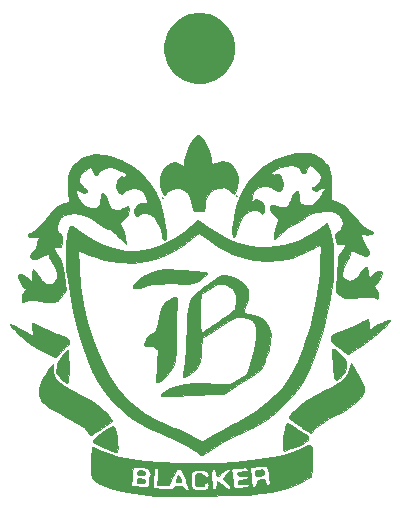
<source format=gts>
G04 #@! TF.GenerationSoftware,KiCad,Pcbnew,(5.1.5)-3*
G04 #@! TF.CreationDate,2019-12-21T18:44:43-08:00*
G04 #@! TF.ProjectId,mole_keychain,6d6f6c65-5f6b-4657-9963-6861696e2e6b,A*
G04 #@! TF.SameCoordinates,Original*
G04 #@! TF.FileFunction,Soldermask,Top*
G04 #@! TF.FilePolarity,Negative*
%FSLAX46Y46*%
G04 Gerber Fmt 4.6, Leading zero omitted, Abs format (unit mm)*
G04 Created by KiCad (PCBNEW (5.1.5)-3) date 2019-12-21 18:44:43*
%MOMM*%
%LPD*%
G04 APERTURE LIST*
%ADD10C,0.010000*%
%ADD11C,0.100000*%
G04 APERTURE END LIST*
D10*
G36*
X28458792Y8025871D02*
G01*
X28526374Y7828228D01*
X28573741Y7513533D01*
X28601219Y7121492D01*
X28609133Y6691813D01*
X28597811Y6264204D01*
X28567577Y5878370D01*
X28518759Y5574020D01*
X28451681Y5390860D01*
X28437009Y5373145D01*
X28252997Y5241564D01*
X27947442Y5075554D01*
X27559855Y4892998D01*
X27129743Y4711776D01*
X26696615Y4549770D01*
X26415351Y4458147D01*
X25061511Y4122174D01*
X23581710Y3892052D01*
X23579667Y3891817D01*
X23290587Y3868628D01*
X22856648Y3847200D01*
X22301101Y3827739D01*
X21647196Y3810453D01*
X20918184Y3795550D01*
X20137315Y3783235D01*
X19327840Y3773717D01*
X18513010Y3767203D01*
X17716074Y3763899D01*
X16960285Y3764014D01*
X16268891Y3767754D01*
X15665145Y3775326D01*
X15172296Y3786937D01*
X14813595Y3802795D01*
X14689667Y3812599D01*
X13462268Y3970971D01*
X12377348Y4181812D01*
X11441040Y4443616D01*
X11012380Y4614333D01*
X13252825Y4614333D01*
X13674913Y4564135D01*
X14102175Y4519238D01*
X14394013Y4505765D01*
X14581672Y4525221D01*
X14696397Y4579113D01*
X14732672Y4615143D01*
X14745780Y4652808D01*
X15080278Y4652808D01*
X15081006Y4478655D01*
X15087649Y4442128D01*
X15181242Y4422086D01*
X15405196Y4395786D01*
X15720859Y4367381D01*
X15929160Y4351690D01*
X16309945Y4328449D01*
X16554910Y4325403D01*
X16696708Y4345652D01*
X16767988Y4392298D01*
X16790186Y4433451D01*
X16894665Y4517557D01*
X17092545Y4567264D01*
X17326659Y4581399D01*
X17539842Y4558786D01*
X17674927Y4498251D01*
X17695333Y4452055D01*
X17771406Y4311253D01*
X17995544Y4244084D01*
X18052785Y4240017D01*
X18115410Y4253837D01*
X18133912Y4321964D01*
X18103818Y4472952D01*
X18020656Y4735359D01*
X17937795Y4974166D01*
X17884175Y5124298D01*
X18288000Y5124298D01*
X18288000Y5124155D01*
X18293953Y4791780D01*
X18319210Y4583997D01*
X18374864Y4456264D01*
X18472010Y4364041D01*
X18478500Y4359314D01*
X18665873Y4289509D01*
X18944800Y4254529D01*
X19253254Y4253961D01*
X19529208Y4287391D01*
X19710636Y4354407D01*
X19726160Y4367627D01*
X19798210Y4509647D01*
X19830733Y4658193D01*
X19793049Y4827546D01*
X19674678Y4906472D01*
X19538497Y4880508D01*
X19449963Y4745776D01*
X19382360Y4628716D01*
X19229155Y4578953D01*
X19066985Y4572000D01*
X18800248Y4604532D01*
X18678467Y4704871D01*
X18678058Y4705925D01*
X18633425Y4928344D01*
X18631074Y5196633D01*
X18666760Y5437619D01*
X18728267Y5571066D01*
X18922620Y5663651D01*
X19161036Y5656860D01*
X19361528Y5558858D01*
X19408315Y5503333D01*
X19553496Y5361306D01*
X19700373Y5340711D01*
X19797804Y5438329D01*
X19812000Y5528733D01*
X19804890Y5564670D01*
X20044836Y5564670D01*
X20055174Y5207290D01*
X20071134Y4862265D01*
X20091313Y4583235D01*
X20112339Y4412309D01*
X20121235Y4381790D01*
X20228629Y4328462D01*
X20324997Y4318000D01*
X20432881Y4348222D01*
X20480465Y4467953D01*
X20489333Y4656666D01*
X20500739Y4868825D01*
X20529228Y4986748D01*
X20540712Y4995333D01*
X20628571Y4946479D01*
X20807286Y4818957D01*
X21017439Y4656666D01*
X21264402Y4463471D01*
X21419033Y4360580D01*
X21520530Y4331645D01*
X21608089Y4360322D01*
X21656998Y4389955D01*
X21683432Y4465205D01*
X21594585Y4601383D01*
X21381832Y4813736D01*
X21180245Y5007248D01*
X21041030Y5155600D01*
X20997333Y5219649D01*
X21049729Y5306249D01*
X21180443Y5469349D01*
X21349769Y5664027D01*
X21517998Y5845359D01*
X21645421Y5968424D01*
X21682139Y5994381D01*
X21726762Y5932573D01*
X21772894Y5731142D01*
X21815978Y5419689D01*
X21851458Y5027816D01*
X21865242Y4804901D01*
X21884785Y4562375D01*
X21930980Y4444349D01*
X22035484Y4406062D01*
X22149683Y4402735D01*
X22563664Y4421194D01*
X22895753Y4472319D01*
X23117078Y4549389D01*
X23198767Y4645680D01*
X23198782Y4647008D01*
X23170424Y4724741D01*
X23060473Y4759635D01*
X22831870Y4760100D01*
X22726147Y4754260D01*
X22458307Y4741916D01*
X22320783Y4757678D01*
X22275092Y4816202D01*
X22281531Y4923593D01*
X22321683Y5047138D01*
X22427743Y5112335D01*
X22646434Y5143564D01*
X22711833Y5148139D01*
X22961173Y5176252D01*
X23081757Y5231178D01*
X23113976Y5331774D01*
X23114000Y5335918D01*
X23092789Y5430260D01*
X23002063Y5475153D01*
X22801183Y5483718D01*
X22669500Y5479446D01*
X22408932Y5475939D01*
X22275780Y5502775D01*
X22228921Y5573914D01*
X22225000Y5630333D01*
X22249190Y5731941D01*
X22348582Y5788711D01*
X22563406Y5818285D01*
X22669500Y5825258D01*
X22932458Y5849561D01*
X23066413Y5895042D01*
X23111662Y5979435D01*
X23114000Y6020885D01*
X23106224Y6076857D01*
X23322663Y6076857D01*
X23337444Y5865589D01*
X23364756Y5578558D01*
X23399570Y5261789D01*
X23436856Y4961312D01*
X23471586Y4723154D01*
X23496621Y4599739D01*
X23590024Y4538030D01*
X23696767Y4544879D01*
X23839794Y4657251D01*
X23892447Y4855807D01*
X23927752Y5033197D01*
X24023130Y5115336D01*
X24232812Y5148334D01*
X24236915Y5148675D01*
X24448474Y5153428D01*
X24550981Y5095600D01*
X24602816Y4937889D01*
X24608209Y4911455D01*
X24671525Y4725658D01*
X24781507Y4669666D01*
X24839961Y4673720D01*
X24970502Y4764151D01*
X24999206Y4964894D01*
X24922122Y5248089D01*
X24921603Y5249333D01*
X24889282Y5421067D01*
X24886596Y5649563D01*
X24869820Y6005055D01*
X24762003Y6221039D01*
X24635926Y6290408D01*
X24490058Y6299782D01*
X24244061Y6290481D01*
X23951340Y6267561D01*
X23665304Y6236079D01*
X23439360Y6201091D01*
X23326914Y6167654D01*
X23325443Y6166332D01*
X23322663Y6076857D01*
X23106224Y6076857D01*
X23101959Y6107548D01*
X23042000Y6153488D01*
X22898368Y6165649D01*
X22635309Y6150977D01*
X22500167Y6140106D01*
X22007310Y6097800D01*
X21651391Y6059329D01*
X21400529Y6015322D01*
X21222842Y5956407D01*
X21086450Y5873212D01*
X20959473Y5756365D01*
X20869490Y5660745D01*
X20654491Y5459726D01*
X20512275Y5409085D01*
X20432815Y5511498D01*
X20406084Y5769637D01*
X20405963Y5784388D01*
X20382060Y5954326D01*
X20286822Y6001914D01*
X20216601Y5996055D01*
X20127776Y5974207D01*
X20074136Y5917485D01*
X20048787Y5792202D01*
X20044836Y5564670D01*
X19804890Y5564670D01*
X19771708Y5732375D01*
X19634200Y5856797D01*
X19374525Y5916187D01*
X19112167Y5926666D01*
X18733222Y5914594D01*
X18492176Y5858353D01*
X18358186Y5727912D01*
X18300408Y5493238D01*
X18288000Y5124298D01*
X17884175Y5124298D01*
X17786387Y5398097D01*
X17673103Y5687378D01*
X17581549Y5867676D01*
X17495329Y5964656D01*
X17398050Y6003986D01*
X17275303Y6011333D01*
X17151651Y5999194D01*
X17055710Y5942149D01*
X16963649Y5809258D01*
X16851638Y5569580D01*
X16753627Y5334000D01*
X16476690Y4656666D01*
X15469019Y4656666D01*
X15524337Y5376333D01*
X15549458Y5724389D01*
X15554655Y5937002D01*
X15533119Y6047554D01*
X15478042Y6089426D01*
X15382616Y6095999D01*
X15377562Y6096000D01*
X15283567Y6087426D01*
X15221026Y6040749D01*
X15179742Y5924535D01*
X15149516Y5707350D01*
X15120150Y5357760D01*
X15114734Y5285890D01*
X15091932Y4934717D01*
X15080278Y4652808D01*
X14745780Y4652808D01*
X14799075Y4805947D01*
X14793431Y5080794D01*
X14782124Y5304580D01*
X14809500Y5448221D01*
X14824725Y5465980D01*
X14896240Y5596464D01*
X14882712Y5794346D01*
X14794244Y5986946D01*
X14744627Y6042239D01*
X14557994Y6136476D01*
X14240049Y6189902D01*
X14005409Y6203528D01*
X13422896Y6223000D01*
X13363585Y5757333D01*
X13323739Y5418154D01*
X13289839Y5085157D01*
X13278550Y4953000D01*
X13252825Y4614333D01*
X11012380Y4614333D01*
X10659479Y4754878D01*
X10477601Y4846242D01*
X10226074Y4996046D01*
X10044676Y5158188D01*
X9924557Y5360837D01*
X9856870Y5632161D01*
X9832766Y6000331D01*
X9843396Y6493515D01*
X9859933Y6812545D01*
X9885498Y7210905D01*
X9911894Y7545845D01*
X9936003Y7782076D01*
X9954635Y7884196D01*
X10041518Y7877097D01*
X10238445Y7804920D01*
X10506169Y7682500D01*
X10562312Y7654526D01*
X11294459Y7349603D01*
X12187344Y7092511D01*
X13239186Y6883544D01*
X14448201Y6722994D01*
X15812606Y6611152D01*
X17314333Y6548704D01*
X19002062Y6531512D01*
X20591158Y6563577D01*
X22072503Y6643805D01*
X23436977Y6771104D01*
X24675463Y6944379D01*
X25778842Y7162536D01*
X26737995Y7424483D01*
X27543804Y7729126D01*
X27678849Y7791758D01*
X28036248Y7955611D01*
X28270597Y8042292D01*
X28405695Y8058945D01*
X28458792Y8025871D01*
G37*
X28458792Y8025871D02*
X28526374Y7828228D01*
X28573741Y7513533D01*
X28601219Y7121492D01*
X28609133Y6691813D01*
X28597811Y6264204D01*
X28567577Y5878370D01*
X28518759Y5574020D01*
X28451681Y5390860D01*
X28437009Y5373145D01*
X28252997Y5241564D01*
X27947442Y5075554D01*
X27559855Y4892998D01*
X27129743Y4711776D01*
X26696615Y4549770D01*
X26415351Y4458147D01*
X25061511Y4122174D01*
X23581710Y3892052D01*
X23579667Y3891817D01*
X23290587Y3868628D01*
X22856648Y3847200D01*
X22301101Y3827739D01*
X21647196Y3810453D01*
X20918184Y3795550D01*
X20137315Y3783235D01*
X19327840Y3773717D01*
X18513010Y3767203D01*
X17716074Y3763899D01*
X16960285Y3764014D01*
X16268891Y3767754D01*
X15665145Y3775326D01*
X15172296Y3786937D01*
X14813595Y3802795D01*
X14689667Y3812599D01*
X13462268Y3970971D01*
X12377348Y4181812D01*
X11441040Y4443616D01*
X11012380Y4614333D01*
X13252825Y4614333D01*
X13674913Y4564135D01*
X14102175Y4519238D01*
X14394013Y4505765D01*
X14581672Y4525221D01*
X14696397Y4579113D01*
X14732672Y4615143D01*
X14745780Y4652808D01*
X15080278Y4652808D01*
X15081006Y4478655D01*
X15087649Y4442128D01*
X15181242Y4422086D01*
X15405196Y4395786D01*
X15720859Y4367381D01*
X15929160Y4351690D01*
X16309945Y4328449D01*
X16554910Y4325403D01*
X16696708Y4345652D01*
X16767988Y4392298D01*
X16790186Y4433451D01*
X16894665Y4517557D01*
X17092545Y4567264D01*
X17326659Y4581399D01*
X17539842Y4558786D01*
X17674927Y4498251D01*
X17695333Y4452055D01*
X17771406Y4311253D01*
X17995544Y4244084D01*
X18052785Y4240017D01*
X18115410Y4253837D01*
X18133912Y4321964D01*
X18103818Y4472952D01*
X18020656Y4735359D01*
X17937795Y4974166D01*
X17884175Y5124298D01*
X18288000Y5124298D01*
X18288000Y5124155D01*
X18293953Y4791780D01*
X18319210Y4583997D01*
X18374864Y4456264D01*
X18472010Y4364041D01*
X18478500Y4359314D01*
X18665873Y4289509D01*
X18944800Y4254529D01*
X19253254Y4253961D01*
X19529208Y4287391D01*
X19710636Y4354407D01*
X19726160Y4367627D01*
X19798210Y4509647D01*
X19830733Y4658193D01*
X19793049Y4827546D01*
X19674678Y4906472D01*
X19538497Y4880508D01*
X19449963Y4745776D01*
X19382360Y4628716D01*
X19229155Y4578953D01*
X19066985Y4572000D01*
X18800248Y4604532D01*
X18678467Y4704871D01*
X18678058Y4705925D01*
X18633425Y4928344D01*
X18631074Y5196633D01*
X18666760Y5437619D01*
X18728267Y5571066D01*
X18922620Y5663651D01*
X19161036Y5656860D01*
X19361528Y5558858D01*
X19408315Y5503333D01*
X19553496Y5361306D01*
X19700373Y5340711D01*
X19797804Y5438329D01*
X19812000Y5528733D01*
X19804890Y5564670D01*
X20044836Y5564670D01*
X20055174Y5207290D01*
X20071134Y4862265D01*
X20091313Y4583235D01*
X20112339Y4412309D01*
X20121235Y4381790D01*
X20228629Y4328462D01*
X20324997Y4318000D01*
X20432881Y4348222D01*
X20480465Y4467953D01*
X20489333Y4656666D01*
X20500739Y4868825D01*
X20529228Y4986748D01*
X20540712Y4995333D01*
X20628571Y4946479D01*
X20807286Y4818957D01*
X21017439Y4656666D01*
X21264402Y4463471D01*
X21419033Y4360580D01*
X21520530Y4331645D01*
X21608089Y4360322D01*
X21656998Y4389955D01*
X21683432Y4465205D01*
X21594585Y4601383D01*
X21381832Y4813736D01*
X21180245Y5007248D01*
X21041030Y5155600D01*
X20997333Y5219649D01*
X21049729Y5306249D01*
X21180443Y5469349D01*
X21349769Y5664027D01*
X21517998Y5845359D01*
X21645421Y5968424D01*
X21682139Y5994381D01*
X21726762Y5932573D01*
X21772894Y5731142D01*
X21815978Y5419689D01*
X21851458Y5027816D01*
X21865242Y4804901D01*
X21884785Y4562375D01*
X21930980Y4444349D01*
X22035484Y4406062D01*
X22149683Y4402735D01*
X22563664Y4421194D01*
X22895753Y4472319D01*
X23117078Y4549389D01*
X23198767Y4645680D01*
X23198782Y4647008D01*
X23170424Y4724741D01*
X23060473Y4759635D01*
X22831870Y4760100D01*
X22726147Y4754260D01*
X22458307Y4741916D01*
X22320783Y4757678D01*
X22275092Y4816202D01*
X22281531Y4923593D01*
X22321683Y5047138D01*
X22427743Y5112335D01*
X22646434Y5143564D01*
X22711833Y5148139D01*
X22961173Y5176252D01*
X23081757Y5231178D01*
X23113976Y5331774D01*
X23114000Y5335918D01*
X23092789Y5430260D01*
X23002063Y5475153D01*
X22801183Y5483718D01*
X22669500Y5479446D01*
X22408932Y5475939D01*
X22275780Y5502775D01*
X22228921Y5573914D01*
X22225000Y5630333D01*
X22249190Y5731941D01*
X22348582Y5788711D01*
X22563406Y5818285D01*
X22669500Y5825258D01*
X22932458Y5849561D01*
X23066413Y5895042D01*
X23111662Y5979435D01*
X23114000Y6020885D01*
X23106224Y6076857D01*
X23322663Y6076857D01*
X23337444Y5865589D01*
X23364756Y5578558D01*
X23399570Y5261789D01*
X23436856Y4961312D01*
X23471586Y4723154D01*
X23496621Y4599739D01*
X23590024Y4538030D01*
X23696767Y4544879D01*
X23839794Y4657251D01*
X23892447Y4855807D01*
X23927752Y5033197D01*
X24023130Y5115336D01*
X24232812Y5148334D01*
X24236915Y5148675D01*
X24448474Y5153428D01*
X24550981Y5095600D01*
X24602816Y4937889D01*
X24608209Y4911455D01*
X24671525Y4725658D01*
X24781507Y4669666D01*
X24839961Y4673720D01*
X24970502Y4764151D01*
X24999206Y4964894D01*
X24922122Y5248089D01*
X24921603Y5249333D01*
X24889282Y5421067D01*
X24886596Y5649563D01*
X24869820Y6005055D01*
X24762003Y6221039D01*
X24635926Y6290408D01*
X24490058Y6299782D01*
X24244061Y6290481D01*
X23951340Y6267561D01*
X23665304Y6236079D01*
X23439360Y6201091D01*
X23326914Y6167654D01*
X23325443Y6166332D01*
X23322663Y6076857D01*
X23106224Y6076857D01*
X23101959Y6107548D01*
X23042000Y6153488D01*
X22898368Y6165649D01*
X22635309Y6150977D01*
X22500167Y6140106D01*
X22007310Y6097800D01*
X21651391Y6059329D01*
X21400529Y6015322D01*
X21222842Y5956407D01*
X21086450Y5873212D01*
X20959473Y5756365D01*
X20869490Y5660745D01*
X20654491Y5459726D01*
X20512275Y5409085D01*
X20432815Y5511498D01*
X20406084Y5769637D01*
X20405963Y5784388D01*
X20382060Y5954326D01*
X20286822Y6001914D01*
X20216601Y5996055D01*
X20127776Y5974207D01*
X20074136Y5917485D01*
X20048787Y5792202D01*
X20044836Y5564670D01*
X19804890Y5564670D01*
X19771708Y5732375D01*
X19634200Y5856797D01*
X19374525Y5916187D01*
X19112167Y5926666D01*
X18733222Y5914594D01*
X18492176Y5858353D01*
X18358186Y5727912D01*
X18300408Y5493238D01*
X18288000Y5124298D01*
X17884175Y5124298D01*
X17786387Y5398097D01*
X17673103Y5687378D01*
X17581549Y5867676D01*
X17495329Y5964656D01*
X17398050Y6003986D01*
X17275303Y6011333D01*
X17151651Y5999194D01*
X17055710Y5942149D01*
X16963649Y5809258D01*
X16851638Y5569580D01*
X16753627Y5334000D01*
X16476690Y4656666D01*
X15469019Y4656666D01*
X15524337Y5376333D01*
X15549458Y5724389D01*
X15554655Y5937002D01*
X15533119Y6047554D01*
X15478042Y6089426D01*
X15382616Y6095999D01*
X15377562Y6096000D01*
X15283567Y6087426D01*
X15221026Y6040749D01*
X15179742Y5924535D01*
X15149516Y5707350D01*
X15120150Y5357760D01*
X15114734Y5285890D01*
X15091932Y4934717D01*
X15080278Y4652808D01*
X14745780Y4652808D01*
X14799075Y4805947D01*
X14793431Y5080794D01*
X14782124Y5304580D01*
X14809500Y5448221D01*
X14824725Y5465980D01*
X14896240Y5596464D01*
X14882712Y5794346D01*
X14794244Y5986946D01*
X14744627Y6042239D01*
X14557994Y6136476D01*
X14240049Y6189902D01*
X14005409Y6203528D01*
X13422896Y6223000D01*
X13363585Y5757333D01*
X13323739Y5418154D01*
X13289839Y5085157D01*
X13278550Y4953000D01*
X13252825Y4614333D01*
X11012380Y4614333D01*
X10659479Y4754878D01*
X10477601Y4846242D01*
X10226074Y4996046D01*
X10044676Y5158188D01*
X9924557Y5360837D01*
X9856870Y5632161D01*
X9832766Y6000331D01*
X9843396Y6493515D01*
X9859933Y6812545D01*
X9885498Y7210905D01*
X9911894Y7545845D01*
X9936003Y7782076D01*
X9954635Y7884196D01*
X10041518Y7877097D01*
X10238445Y7804920D01*
X10506169Y7682500D01*
X10562312Y7654526D01*
X11294459Y7349603D01*
X12187344Y7092511D01*
X13239186Y6883544D01*
X14448201Y6722994D01*
X15812606Y6611152D01*
X17314333Y6548704D01*
X19002062Y6531512D01*
X20591158Y6563577D01*
X22072503Y6643805D01*
X23436977Y6771104D01*
X24675463Y6944379D01*
X25778842Y7162536D01*
X26737995Y7424483D01*
X27543804Y7729126D01*
X27678849Y7791758D01*
X28036248Y7955611D01*
X28270597Y8042292D01*
X28405695Y8058945D01*
X28458792Y8025871D01*
G36*
X19006778Y27046767D02*
G01*
X19201910Y26920390D01*
X19473920Y26734189D01*
X19754364Y26535800D01*
X20579979Y26000409D01*
X21447964Y25540558D01*
X22305316Y25182778D01*
X22733000Y25044831D01*
X23337148Y24920091D01*
X24042604Y24851066D01*
X24791082Y24837749D01*
X25524296Y24880132D01*
X26183962Y24978206D01*
X26458333Y25045339D01*
X27386697Y25377897D01*
X28315128Y25834825D01*
X29155195Y26367411D01*
X29811687Y26838423D01*
X29945867Y26521378D01*
X30087216Y26154635D01*
X30192599Y25791966D01*
X30268316Y25395399D01*
X30320664Y24926965D01*
X30355944Y24348692D01*
X30370660Y23960666D01*
X30375165Y23010222D01*
X30323442Y22065750D01*
X30210992Y21101949D01*
X30033313Y20093516D01*
X29785905Y19015147D01*
X29464270Y17841539D01*
X29063906Y16547391D01*
X29038033Y16467666D01*
X28707967Y15505724D01*
X28383748Y14681559D01*
X28048651Y13965126D01*
X27685946Y13326381D01*
X27278907Y12735279D01*
X26810807Y12161775D01*
X26381035Y11695364D01*
X25526280Y10882835D01*
X24630890Y10189297D01*
X23654939Y9587548D01*
X22558498Y9050386D01*
X22394333Y8979312D01*
X21638680Y8637261D01*
X20937508Y8281960D01*
X20322763Y7930969D01*
X19826394Y7601847D01*
X19670751Y7482364D01*
X19451976Y7321866D01*
X19273316Y7219805D01*
X19205084Y7200107D01*
X19077073Y7254252D01*
X18885130Y7386914D01*
X18796000Y7460185D01*
X18388688Y7769260D01*
X17869700Y8084280D01*
X17223889Y8413225D01*
X16436106Y8764077D01*
X15915433Y8977847D01*
X15120867Y9312828D01*
X14445279Y9640051D01*
X13842124Y9987476D01*
X13264856Y10383064D01*
X12666930Y10854773D01*
X12367214Y11109270D01*
X11670929Y11779690D01*
X11038904Y12535785D01*
X10466626Y13387841D01*
X9949581Y14346146D01*
X9483255Y15420985D01*
X9063136Y16622645D01*
X8684709Y17961413D01*
X8343460Y19447576D01*
X8065605Y20912666D01*
X7956351Y21555075D01*
X7875303Y22074353D01*
X7818321Y22513583D01*
X7781263Y22915851D01*
X7759990Y23324239D01*
X7750360Y23781832D01*
X7748254Y24214666D01*
X7749830Y24566021D01*
X8780406Y24566021D01*
X8829774Y23099177D01*
X8940850Y21501292D01*
X9169215Y19966353D01*
X9523355Y18456685D01*
X10011756Y16934610D01*
X10495128Y15705656D01*
X11004516Y14606289D01*
X11546889Y13649387D01*
X12139627Y12808801D01*
X12800114Y12058384D01*
X13137752Y11730454D01*
X13559097Y11358913D01*
X13980221Y11031119D01*
X14430404Y10729597D01*
X14938928Y10436871D01*
X15535074Y10135465D01*
X16248121Y9807904D01*
X16662761Y9626641D01*
X17192588Y9394387D01*
X17694240Y9167916D01*
X18138056Y8961128D01*
X18494372Y8787919D01*
X18733526Y8662188D01*
X18779428Y8634904D01*
X19003548Y8497485D01*
X19162738Y8406108D01*
X19211653Y8383609D01*
X19294110Y8421329D01*
X19498857Y8526446D01*
X19799594Y8685141D01*
X20170024Y8883599D01*
X20396986Y9006347D01*
X20857240Y9253743D01*
X21323074Y9500097D01*
X21747787Y9720970D01*
X22084678Y9891923D01*
X22160821Y9929422D01*
X23012328Y10398604D01*
X23858619Y10966352D01*
X24672530Y11608107D01*
X25426898Y12299309D01*
X26094559Y13015397D01*
X26648349Y13731811D01*
X26999590Y14304455D01*
X27156036Y14632101D01*
X27347388Y15086161D01*
X27560366Y15630718D01*
X27781684Y16229855D01*
X27998060Y16847655D01*
X28196210Y17448201D01*
X28356268Y17972773D01*
X28685731Y19199207D01*
X28933598Y20335980D01*
X29108683Y21436606D01*
X29219798Y22554603D01*
X29269174Y23516166D01*
X29282490Y24006383D01*
X29288783Y24432499D01*
X29288097Y24768013D01*
X29280475Y24986425D01*
X29266576Y25061333D01*
X29173074Y25018964D01*
X28980716Y24908204D01*
X28746145Y24762505D01*
X27843654Y24283262D01*
X26863131Y23941522D01*
X25827680Y23738976D01*
X24760407Y23677317D01*
X23684417Y23758233D01*
X22622815Y23983418D01*
X21829553Y24256255D01*
X21180449Y24560661D01*
X20489382Y24955234D01*
X19823311Y25400487D01*
X19580984Y25582296D01*
X19320405Y25776220D01*
X19104572Y25920716D01*
X18972522Y25990053D01*
X18958424Y25992666D01*
X18851812Y25939322D01*
X18662965Y25799324D01*
X18432344Y25602722D01*
X18427440Y25598289D01*
X17543356Y24904897D01*
X16575372Y24340478D01*
X15545768Y23912424D01*
X14476826Y23628129D01*
X13390826Y23494986D01*
X12310050Y23520387D01*
X12200745Y23532207D01*
X11546901Y23626797D01*
X10937321Y23759157D01*
X10321681Y23943779D01*
X9649659Y24195157D01*
X9110370Y24422251D01*
X8780406Y24566021D01*
X7749830Y24566021D01*
X7750839Y24790919D01*
X7761358Y25229079D01*
X7782293Y25560299D01*
X7816127Y25815730D01*
X7865341Y26026526D01*
X7901640Y26139837D01*
X7999981Y26393222D01*
X8088915Y26574538D01*
X8131932Y26630096D01*
X8229424Y26603618D01*
X8420847Y26491688D01*
X8669435Y26316522D01*
X8739291Y26263055D01*
X9729527Y25580320D01*
X10730258Y25064045D01*
X11738653Y24714656D01*
X12751880Y24532579D01*
X13767108Y24518241D01*
X14781506Y24672068D01*
X15792243Y24994487D01*
X16145215Y25147522D01*
X16999673Y25594267D01*
X17745473Y26099895D01*
X18339468Y26606500D01*
X18583651Y26828827D01*
X18781702Y26997873D01*
X18901236Y27086406D01*
X18918486Y27093333D01*
X19006778Y27046767D01*
G37*
X19006778Y27046767D02*
X19201910Y26920390D01*
X19473920Y26734189D01*
X19754364Y26535800D01*
X20579979Y26000409D01*
X21447964Y25540558D01*
X22305316Y25182778D01*
X22733000Y25044831D01*
X23337148Y24920091D01*
X24042604Y24851066D01*
X24791082Y24837749D01*
X25524296Y24880132D01*
X26183962Y24978206D01*
X26458333Y25045339D01*
X27386697Y25377897D01*
X28315128Y25834825D01*
X29155195Y26367411D01*
X29811687Y26838423D01*
X29945867Y26521378D01*
X30087216Y26154635D01*
X30192599Y25791966D01*
X30268316Y25395399D01*
X30320664Y24926965D01*
X30355944Y24348692D01*
X30370660Y23960666D01*
X30375165Y23010222D01*
X30323442Y22065750D01*
X30210992Y21101949D01*
X30033313Y20093516D01*
X29785905Y19015147D01*
X29464270Y17841539D01*
X29063906Y16547391D01*
X29038033Y16467666D01*
X28707967Y15505724D01*
X28383748Y14681559D01*
X28048651Y13965126D01*
X27685946Y13326381D01*
X27278907Y12735279D01*
X26810807Y12161775D01*
X26381035Y11695364D01*
X25526280Y10882835D01*
X24630890Y10189297D01*
X23654939Y9587548D01*
X22558498Y9050386D01*
X22394333Y8979312D01*
X21638680Y8637261D01*
X20937508Y8281960D01*
X20322763Y7930969D01*
X19826394Y7601847D01*
X19670751Y7482364D01*
X19451976Y7321866D01*
X19273316Y7219805D01*
X19205084Y7200107D01*
X19077073Y7254252D01*
X18885130Y7386914D01*
X18796000Y7460185D01*
X18388688Y7769260D01*
X17869700Y8084280D01*
X17223889Y8413225D01*
X16436106Y8764077D01*
X15915433Y8977847D01*
X15120867Y9312828D01*
X14445279Y9640051D01*
X13842124Y9987476D01*
X13264856Y10383064D01*
X12666930Y10854773D01*
X12367214Y11109270D01*
X11670929Y11779690D01*
X11038904Y12535785D01*
X10466626Y13387841D01*
X9949581Y14346146D01*
X9483255Y15420985D01*
X9063136Y16622645D01*
X8684709Y17961413D01*
X8343460Y19447576D01*
X8065605Y20912666D01*
X7956351Y21555075D01*
X7875303Y22074353D01*
X7818321Y22513583D01*
X7781263Y22915851D01*
X7759990Y23324239D01*
X7750360Y23781832D01*
X7748254Y24214666D01*
X7749830Y24566021D01*
X8780406Y24566021D01*
X8829774Y23099177D01*
X8940850Y21501292D01*
X9169215Y19966353D01*
X9523355Y18456685D01*
X10011756Y16934610D01*
X10495128Y15705656D01*
X11004516Y14606289D01*
X11546889Y13649387D01*
X12139627Y12808801D01*
X12800114Y12058384D01*
X13137752Y11730454D01*
X13559097Y11358913D01*
X13980221Y11031119D01*
X14430404Y10729597D01*
X14938928Y10436871D01*
X15535074Y10135465D01*
X16248121Y9807904D01*
X16662761Y9626641D01*
X17192588Y9394387D01*
X17694240Y9167916D01*
X18138056Y8961128D01*
X18494372Y8787919D01*
X18733526Y8662188D01*
X18779428Y8634904D01*
X19003548Y8497485D01*
X19162738Y8406108D01*
X19211653Y8383609D01*
X19294110Y8421329D01*
X19498857Y8526446D01*
X19799594Y8685141D01*
X20170024Y8883599D01*
X20396986Y9006347D01*
X20857240Y9253743D01*
X21323074Y9500097D01*
X21747787Y9720970D01*
X22084678Y9891923D01*
X22160821Y9929422D01*
X23012328Y10398604D01*
X23858619Y10966352D01*
X24672530Y11608107D01*
X25426898Y12299309D01*
X26094559Y13015397D01*
X26648349Y13731811D01*
X26999590Y14304455D01*
X27156036Y14632101D01*
X27347388Y15086161D01*
X27560366Y15630718D01*
X27781684Y16229855D01*
X27998060Y16847655D01*
X28196210Y17448201D01*
X28356268Y17972773D01*
X28685731Y19199207D01*
X28933598Y20335980D01*
X29108683Y21436606D01*
X29219798Y22554603D01*
X29269174Y23516166D01*
X29282490Y24006383D01*
X29288783Y24432499D01*
X29288097Y24768013D01*
X29280475Y24986425D01*
X29266576Y25061333D01*
X29173074Y25018964D01*
X28980716Y24908204D01*
X28746145Y24762505D01*
X27843654Y24283262D01*
X26863131Y23941522D01*
X25827680Y23738976D01*
X24760407Y23677317D01*
X23684417Y23758233D01*
X22622815Y23983418D01*
X21829553Y24256255D01*
X21180449Y24560661D01*
X20489382Y24955234D01*
X19823311Y25400487D01*
X19580984Y25582296D01*
X19320405Y25776220D01*
X19104572Y25920716D01*
X18972522Y25990053D01*
X18958424Y25992666D01*
X18851812Y25939322D01*
X18662965Y25799324D01*
X18432344Y25602722D01*
X18427440Y25598289D01*
X17543356Y24904897D01*
X16575372Y24340478D01*
X15545768Y23912424D01*
X14476826Y23628129D01*
X13390826Y23494986D01*
X12310050Y23520387D01*
X12200745Y23532207D01*
X11546901Y23626797D01*
X10937321Y23759157D01*
X10321681Y23943779D01*
X9649659Y24195157D01*
X9110370Y24422251D01*
X8780406Y24566021D01*
X7749830Y24566021D01*
X7750839Y24790919D01*
X7761358Y25229079D01*
X7782293Y25560299D01*
X7816127Y25815730D01*
X7865341Y26026526D01*
X7901640Y26139837D01*
X7999981Y26393222D01*
X8088915Y26574538D01*
X8131932Y26630096D01*
X8229424Y26603618D01*
X8420847Y26491688D01*
X8669435Y26316522D01*
X8739291Y26263055D01*
X9729527Y25580320D01*
X10730258Y25064045D01*
X11738653Y24714656D01*
X12751880Y24532579D01*
X13767108Y24518241D01*
X14781506Y24672068D01*
X15792243Y24994487D01*
X16145215Y25147522D01*
X16999673Y25594267D01*
X17745473Y26099895D01*
X18339468Y26606500D01*
X18583651Y26828827D01*
X18781702Y26997873D01*
X18901236Y27086406D01*
X18918486Y27093333D01*
X19006778Y27046767D01*
G36*
X11809384Y9615346D02*
G01*
X11884637Y9413222D01*
X11958080Y9105707D01*
X12022472Y8724536D01*
X12070572Y8301441D01*
X12079299Y8191500D01*
X12104147Y7815509D01*
X12097020Y7586102D01*
X12034174Y7480732D01*
X11891864Y7476850D01*
X11646344Y7551908D01*
X11471343Y7614172D01*
X11068664Y7772837D01*
X10679577Y7952502D01*
X10353684Y8128543D01*
X10144352Y8272993D01*
X10052976Y8417817D01*
X10094027Y8585799D01*
X10274855Y8785897D01*
X10602812Y9027069D01*
X10927452Y9227234D01*
X11246233Y9412175D01*
X11510769Y9561586D01*
X11687098Y9656517D01*
X11739563Y9680346D01*
X11809384Y9615346D01*
G37*
X11809384Y9615346D02*
X11884637Y9413222D01*
X11958080Y9105707D01*
X12022472Y8724536D01*
X12070572Y8301441D01*
X12079299Y8191500D01*
X12104147Y7815509D01*
X12097020Y7586102D01*
X12034174Y7480732D01*
X11891864Y7476850D01*
X11646344Y7551908D01*
X11471343Y7614172D01*
X11068664Y7772837D01*
X10679577Y7952502D01*
X10353684Y8128543D01*
X10144352Y8272993D01*
X10052976Y8417817D01*
X10094027Y8585799D01*
X10274855Y8785897D01*
X10602812Y9027069D01*
X10927452Y9227234D01*
X11246233Y9412175D01*
X11510769Y9561586D01*
X11687098Y9656517D01*
X11739563Y9680346D01*
X11809384Y9615346D01*
G36*
X26936706Y9664340D02*
G01*
X27404486Y9374500D01*
X27746593Y9156239D01*
X27982883Y8994568D01*
X28133215Y8874501D01*
X28217448Y8781047D01*
X28255441Y8699221D01*
X28262534Y8663686D01*
X28202530Y8495662D01*
X27984114Y8305221D01*
X27615917Y8097698D01*
X27106572Y7878429D01*
X26822680Y7773472D01*
X26163962Y7540371D01*
X26107174Y7766630D01*
X26089741Y7974644D01*
X26100639Y8296695D01*
X26133974Y8680979D01*
X26183854Y9075694D01*
X26244385Y9429038D01*
X26309672Y9689208D01*
X26332711Y9749007D01*
X26435137Y9973014D01*
X26936706Y9664340D01*
G37*
X26936706Y9664340D02*
X27404486Y9374500D01*
X27746593Y9156239D01*
X27982883Y8994568D01*
X28133215Y8874501D01*
X28217448Y8781047D01*
X28255441Y8699221D01*
X28262534Y8663686D01*
X28202530Y8495662D01*
X27984114Y8305221D01*
X27615917Y8097698D01*
X27106572Y7878429D01*
X26822680Y7773472D01*
X26163962Y7540371D01*
X26107174Y7766630D01*
X26089741Y7974644D01*
X26100639Y8296695D01*
X26133974Y8680979D01*
X26183854Y9075694D01*
X26244385Y9429038D01*
X26309672Y9689208D01*
X26332711Y9749007D01*
X26435137Y9973014D01*
X26936706Y9664340D01*
G36*
X6603579Y14537295D02*
G01*
X6627398Y14226534D01*
X6708800Y13950708D01*
X6863741Y13693917D01*
X7108178Y13440259D01*
X7458067Y13173835D01*
X7929362Y12878745D01*
X8538020Y12539087D01*
X8690601Y12457515D01*
X9135961Y12217060D01*
X9565680Y11978364D01*
X9940158Y11763883D01*
X10219793Y11596072D01*
X10296090Y11547132D01*
X10597203Y11322834D01*
X10903560Y11053689D01*
X11185882Y10770630D01*
X11414889Y10504592D01*
X11561302Y10286507D01*
X11599333Y10170275D01*
X11524798Y10015610D01*
X11296768Y9825556D01*
X11132213Y9720707D01*
X10791920Y9513361D01*
X10428208Y9287125D01*
X10235823Y9165166D01*
X10006597Y9019854D01*
X9844441Y8920131D01*
X9789865Y8890000D01*
X9740586Y8954464D01*
X9641997Y9112218D01*
X9626824Y9137755D01*
X9472050Y9346507D01*
X9244169Y9559084D01*
X8922654Y9790105D01*
X8486976Y10054189D01*
X7916610Y10365953D01*
X7861282Y10395108D01*
X7190239Y10751944D01*
X6656260Y11048626D01*
X6244040Y11298878D01*
X5938278Y11516424D01*
X5723669Y11714991D01*
X5584911Y11908301D01*
X5506699Y12110080D01*
X5473732Y12334052D01*
X5469670Y12539998D01*
X5487622Y12827763D01*
X5544352Y13089309D01*
X5657212Y13382170D01*
X5832064Y13741480D01*
X6016743Y14085372D01*
X6201057Y14400682D01*
X6353872Y14635004D01*
X6395362Y14689666D01*
X6603159Y14943666D01*
X6603579Y14537295D01*
G37*
X6603579Y14537295D02*
X6627398Y14226534D01*
X6708800Y13950708D01*
X6863741Y13693917D01*
X7108178Y13440259D01*
X7458067Y13173835D01*
X7929362Y12878745D01*
X8538020Y12539087D01*
X8690601Y12457515D01*
X9135961Y12217060D01*
X9565680Y11978364D01*
X9940158Y11763883D01*
X10219793Y11596072D01*
X10296090Y11547132D01*
X10597203Y11322834D01*
X10903560Y11053689D01*
X11185882Y10770630D01*
X11414889Y10504592D01*
X11561302Y10286507D01*
X11599333Y10170275D01*
X11524798Y10015610D01*
X11296768Y9825556D01*
X11132213Y9720707D01*
X10791920Y9513361D01*
X10428208Y9287125D01*
X10235823Y9165166D01*
X10006597Y9019854D01*
X9844441Y8920131D01*
X9789865Y8890000D01*
X9740586Y8954464D01*
X9641997Y9112218D01*
X9626824Y9137755D01*
X9472050Y9346507D01*
X9244169Y9559084D01*
X8922654Y9790105D01*
X8486976Y10054189D01*
X7916610Y10365953D01*
X7861282Y10395108D01*
X7190239Y10751944D01*
X6656260Y11048626D01*
X6244040Y11298878D01*
X5938278Y11516424D01*
X5723669Y11714991D01*
X5584911Y11908301D01*
X5506699Y12110080D01*
X5473732Y12334052D01*
X5469670Y12539998D01*
X5487622Y12827763D01*
X5544352Y13089309D01*
X5657212Y13382170D01*
X5832064Y13741480D01*
X6016743Y14085372D01*
X6201057Y14400682D01*
X6353872Y14635004D01*
X6395362Y14689666D01*
X6603159Y14943666D01*
X6603579Y14537295D01*
G36*
X31998234Y14795047D02*
G01*
X32139592Y14580153D01*
X32322952Y14261944D01*
X32521428Y13891792D01*
X32708136Y13521073D01*
X32856188Y13201157D01*
X32928114Y13018207D01*
X32972460Y12699292D01*
X32883335Y12381452D01*
X32651255Y12042053D01*
X32415836Y11795890D01*
X32212230Y11622146D01*
X31934911Y11413128D01*
X31619783Y11192581D01*
X31302754Y10984248D01*
X31019728Y10811873D01*
X30806613Y10699199D01*
X30710208Y10668000D01*
X30572854Y10620947D01*
X30334704Y10494920D01*
X30030379Y10312612D01*
X29694498Y10096717D01*
X29361681Y9869930D01*
X29066546Y9654945D01*
X28843714Y9474457D01*
X28752612Y9384724D01*
X28562914Y9173116D01*
X28445590Y9078525D01*
X28369872Y9083666D01*
X28321789Y9142722D01*
X28228271Y9222473D01*
X28026660Y9358970D01*
X27756399Y9525858D01*
X27688519Y9565862D01*
X27270560Y9824091D01*
X26934133Y10060179D01*
X26700494Y10257540D01*
X26590900Y10399592D01*
X26585333Y10426594D01*
X26639844Y10523957D01*
X26783781Y10705327D01*
X26987745Y10934065D01*
X27020288Y10968704D01*
X27503098Y11405459D01*
X28133769Y11856281D01*
X28892948Y12308531D01*
X29710222Y12725442D01*
X30108155Y12920705D01*
X30487349Y13118018D01*
X30799158Y13291464D01*
X30964847Y13393882D01*
X31334962Y13734435D01*
X31624830Y14175177D01*
X31792197Y14651280D01*
X31795364Y14668047D01*
X31853342Y14985094D01*
X31998234Y14795047D01*
G37*
X31998234Y14795047D02*
X32139592Y14580153D01*
X32322952Y14261944D01*
X32521428Y13891792D01*
X32708136Y13521073D01*
X32856188Y13201157D01*
X32928114Y13018207D01*
X32972460Y12699292D01*
X32883335Y12381452D01*
X32651255Y12042053D01*
X32415836Y11795890D01*
X32212230Y11622146D01*
X31934911Y11413128D01*
X31619783Y11192581D01*
X31302754Y10984248D01*
X31019728Y10811873D01*
X30806613Y10699199D01*
X30710208Y10668000D01*
X30572854Y10620947D01*
X30334704Y10494920D01*
X30030379Y10312612D01*
X29694498Y10096717D01*
X29361681Y9869930D01*
X29066546Y9654945D01*
X28843714Y9474457D01*
X28752612Y9384724D01*
X28562914Y9173116D01*
X28445590Y9078525D01*
X28369872Y9083666D01*
X28321789Y9142722D01*
X28228271Y9222473D01*
X28026660Y9358970D01*
X27756399Y9525858D01*
X27688519Y9565862D01*
X27270560Y9824091D01*
X26934133Y10060179D01*
X26700494Y10257540D01*
X26590900Y10399592D01*
X26585333Y10426594D01*
X26639844Y10523957D01*
X26783781Y10705327D01*
X26987745Y10934065D01*
X27020288Y10968704D01*
X27503098Y11405459D01*
X28133769Y11856281D01*
X28892948Y12308531D01*
X29710222Y12725442D01*
X30108155Y12920705D01*
X30487349Y13118018D01*
X30799158Y13291464D01*
X30964847Y13393882D01*
X31334962Y13734435D01*
X31624830Y14175177D01*
X31792197Y14651280D01*
X31795364Y14668047D01*
X31853342Y14985094D01*
X31998234Y14795047D01*
G36*
X7908750Y16006656D02*
G01*
X7930138Y15785227D01*
X7946523Y15450282D01*
X7956410Y15029722D01*
X7958667Y14689666D01*
X7956362Y14126924D01*
X7943873Y13720142D01*
X7912837Y13455957D01*
X7854890Y13321006D01*
X7761671Y13301925D01*
X7624814Y13385352D01*
X7435959Y13557922D01*
X7321438Y13671438D01*
X7119016Y13901319D01*
X6976649Y14115005D01*
X6929899Y14242938D01*
X6949839Y14753571D01*
X7077330Y15170016D01*
X7082525Y15180199D01*
X7206636Y15376138D01*
X7383514Y15605279D01*
X7577112Y15826843D01*
X7751381Y16000054D01*
X7870275Y16084132D01*
X7883852Y16086666D01*
X7908750Y16006656D01*
G37*
X7908750Y16006656D02*
X7930138Y15785227D01*
X7946523Y15450282D01*
X7956410Y15029722D01*
X7958667Y14689666D01*
X7956362Y14126924D01*
X7943873Y13720142D01*
X7912837Y13455957D01*
X7854890Y13321006D01*
X7761671Y13301925D01*
X7624814Y13385352D01*
X7435959Y13557922D01*
X7321438Y13671438D01*
X7119016Y13901319D01*
X6976649Y14115005D01*
X6929899Y14242938D01*
X6949839Y14753571D01*
X7077330Y15170016D01*
X7082525Y15180199D01*
X7206636Y15376138D01*
X7383514Y15605279D01*
X7577112Y15826843D01*
X7751381Y16000054D01*
X7870275Y16084132D01*
X7883852Y16086666D01*
X7908750Y16006656D01*
G36*
X30594876Y16120269D02*
G01*
X30886886Y15873705D01*
X30892742Y15868443D01*
X31251973Y15466437D01*
X31444646Y15060313D01*
X31470453Y14656628D01*
X31329088Y14261939D01*
X31020244Y13882800D01*
X30987143Y13852298D01*
X30784594Y13681293D01*
X30627751Y13570373D01*
X30571865Y13546666D01*
X30511350Y13621266D01*
X30457616Y13806300D01*
X30447732Y13864166D01*
X30416189Y14116748D01*
X30380916Y14458965D01*
X30353094Y14774333D01*
X30320644Y15159425D01*
X30284946Y15553318D01*
X30259712Y15811500D01*
X30247148Y16085517D01*
X30289296Y16227460D01*
X30400442Y16238616D01*
X30594876Y16120269D01*
G37*
X30594876Y16120269D02*
X30886886Y15873705D01*
X30892742Y15868443D01*
X31251973Y15466437D01*
X31444646Y15060313D01*
X31470453Y14656628D01*
X31329088Y14261939D01*
X31020244Y13882800D01*
X30987143Y13852298D01*
X30784594Y13681293D01*
X30627751Y13570373D01*
X30571865Y13546666D01*
X30511350Y13621266D01*
X30457616Y13806300D01*
X30447732Y13864166D01*
X30416189Y14116748D01*
X30380916Y14458965D01*
X30353094Y14774333D01*
X30320644Y15159425D01*
X30284946Y15553318D01*
X30259712Y15811500D01*
X30247148Y16085517D01*
X30289296Y16227460D01*
X30400442Y16238616D01*
X30594876Y16120269D01*
G36*
X4930058Y18398364D02*
G01*
X5132773Y18314716D01*
X5414263Y18180138D01*
X5596637Y18086443D01*
X6030189Y17877409D01*
X6527008Y17666401D01*
X6990812Y17493902D01*
X7060356Y17471029D01*
X7526336Y17300333D01*
X7832846Y17134990D01*
X7989233Y16967142D01*
X8004843Y16788930D01*
X7970061Y16706177D01*
X7869732Y16574428D01*
X7683438Y16368327D01*
X7448835Y16129243D01*
X7413710Y16094942D01*
X7190180Y15869238D01*
X7024060Y15685017D01*
X6945303Y15575928D01*
X6942667Y15565775D01*
X6910730Y15507366D01*
X6802820Y15512172D01*
X6600785Y15586555D01*
X6286474Y15736874D01*
X5939895Y15917191D01*
X5528222Y16146547D01*
X5097932Y16403913D01*
X4718729Y16646999D01*
X4585228Y16739105D01*
X4309293Y16950883D01*
X4002611Y17210039D01*
X3692492Y17490377D01*
X3406243Y17765704D01*
X3171174Y18009825D01*
X3014593Y18196547D01*
X2963333Y18294810D01*
X3031561Y18324209D01*
X3233791Y18256710D01*
X3566343Y18093989D01*
X4025538Y17837725D01*
X4233333Y17715655D01*
X4539073Y17536784D01*
X4784357Y17398510D01*
X4937284Y17318520D01*
X4972047Y17306158D01*
X4967733Y17391770D01*
X4937627Y17597189D01*
X4893733Y17847733D01*
X4849647Y18126590D01*
X4831520Y18332996D01*
X4840990Y18415879D01*
X4930058Y18398364D01*
G37*
X4930058Y18398364D02*
X5132773Y18314716D01*
X5414263Y18180138D01*
X5596637Y18086443D01*
X6030189Y17877409D01*
X6527008Y17666401D01*
X6990812Y17493902D01*
X7060356Y17471029D01*
X7526336Y17300333D01*
X7832846Y17134990D01*
X7989233Y16967142D01*
X8004843Y16788930D01*
X7970061Y16706177D01*
X7869732Y16574428D01*
X7683438Y16368327D01*
X7448835Y16129243D01*
X7413710Y16094942D01*
X7190180Y15869238D01*
X7024060Y15685017D01*
X6945303Y15575928D01*
X6942667Y15565775D01*
X6910730Y15507366D01*
X6802820Y15512172D01*
X6600785Y15586555D01*
X6286474Y15736874D01*
X5939895Y15917191D01*
X5528222Y16146547D01*
X5097932Y16403913D01*
X4718729Y16646999D01*
X4585228Y16739105D01*
X4309293Y16950883D01*
X4002611Y17210039D01*
X3692492Y17490377D01*
X3406243Y17765704D01*
X3171174Y18009825D01*
X3014593Y18196547D01*
X2963333Y18294810D01*
X3031561Y18324209D01*
X3233791Y18256710D01*
X3566343Y18093989D01*
X4025538Y17837725D01*
X4233333Y17715655D01*
X4539073Y17536784D01*
X4784357Y17398510D01*
X4937284Y17318520D01*
X4972047Y17306158D01*
X4967733Y17391770D01*
X4937627Y17597189D01*
X4893733Y17847733D01*
X4849647Y18126590D01*
X4831520Y18332996D01*
X4840990Y18415879D01*
X4930058Y18398364D01*
G36*
X33312591Y18729187D02*
G01*
X33339551Y18624337D01*
X33356140Y18409768D01*
X33358667Y18273889D01*
X33375701Y18028188D01*
X33420187Y17884365D01*
X33449245Y17864666D01*
X33565978Y17909552D01*
X33765726Y18024406D01*
X33905274Y18116103D01*
X34159962Y18271870D01*
X34455062Y18423796D01*
X34749010Y18554207D01*
X35000243Y18645428D01*
X35167197Y18679785D01*
X35206697Y18669525D01*
X35181764Y18582462D01*
X35043861Y18411265D01*
X34814318Y18174938D01*
X34514466Y17892486D01*
X34165633Y17582911D01*
X33789150Y17265219D01*
X33406347Y16958412D01*
X33038554Y16681495D01*
X32752846Y16483272D01*
X32385486Y16243642D01*
X32062249Y16036998D01*
X31812569Y15881850D01*
X31665878Y15796707D01*
X31646837Y15787765D01*
X31507401Y15809976D01*
X31374760Y15910968D01*
X31225391Y16045820D01*
X30987879Y16229552D01*
X30745102Y16400788D01*
X30451023Y16603973D01*
X30272064Y16748357D01*
X30179944Y16865196D01*
X30146385Y16985750D01*
X30142630Y17066741D01*
X30206378Y17269678D01*
X30407865Y17457229D01*
X30757736Y17636569D01*
X31242000Y17807329D01*
X31682726Y17965537D01*
X32164958Y18173424D01*
X32589120Y18387835D01*
X32614091Y18401988D01*
X32908673Y18562946D01*
X33145252Y18678011D01*
X33288212Y18730502D01*
X33312591Y18729187D01*
G37*
X33312591Y18729187D02*
X33339551Y18624337D01*
X33356140Y18409768D01*
X33358667Y18273889D01*
X33375701Y18028188D01*
X33420187Y17884365D01*
X33449245Y17864666D01*
X33565978Y17909552D01*
X33765726Y18024406D01*
X33905274Y18116103D01*
X34159962Y18271870D01*
X34455062Y18423796D01*
X34749010Y18554207D01*
X35000243Y18645428D01*
X35167197Y18679785D01*
X35206697Y18669525D01*
X35181764Y18582462D01*
X35043861Y18411265D01*
X34814318Y18174938D01*
X34514466Y17892486D01*
X34165633Y17582911D01*
X33789150Y17265219D01*
X33406347Y16958412D01*
X33038554Y16681495D01*
X32752846Y16483272D01*
X32385486Y16243642D01*
X32062249Y16036998D01*
X31812569Y15881850D01*
X31665878Y15796707D01*
X31646837Y15787765D01*
X31507401Y15809976D01*
X31374760Y15910968D01*
X31225391Y16045820D01*
X30987879Y16229552D01*
X30745102Y16400788D01*
X30451023Y16603973D01*
X30272064Y16748357D01*
X30179944Y16865196D01*
X30146385Y16985750D01*
X30142630Y17066741D01*
X30206378Y17269678D01*
X30407865Y17457229D01*
X30757736Y17636569D01*
X31242000Y17807329D01*
X31682726Y17965537D01*
X32164958Y18173424D01*
X32589120Y18387835D01*
X32614091Y18401988D01*
X32908673Y18562946D01*
X33145252Y18678011D01*
X33288212Y18730502D01*
X33312591Y18729187D01*
G36*
X10931974Y32623741D02*
G01*
X11479956Y32512063D01*
X12436213Y32189212D01*
X13292579Y31731045D01*
X14046450Y31140840D01*
X14695223Y30421878D01*
X15236294Y29577440D01*
X15667058Y28610805D01*
X15984911Y27525254D01*
X16148044Y26632126D01*
X16205608Y26194785D01*
X16233862Y25893810D01*
X16233573Y25698924D01*
X16205506Y25579851D01*
X16175867Y25532462D01*
X16059534Y25440195D01*
X15973025Y25493469D01*
X15907215Y25701978D01*
X15882669Y25844039D01*
X15756379Y26318387D01*
X15533085Y26817140D01*
X15250058Y27261531D01*
X15160002Y27371414D01*
X14842087Y27643679D01*
X14510923Y27747897D01*
X14160926Y27685181D01*
X13996657Y27603302D01*
X13796155Y27492392D01*
X13684370Y27467064D01*
X13606659Y27522776D01*
X13571961Y27567984D01*
X13475283Y27772402D01*
X13498354Y27993892D01*
X13629023Y28255228D01*
X13838318Y28483701D01*
X14092397Y28596779D01*
X14343030Y28576444D01*
X14404963Y28545052D01*
X14564599Y28462437D01*
X14631645Y28493464D01*
X14625209Y28658690D01*
X14607164Y28762574D01*
X14464300Y29225480D01*
X14230863Y29547912D01*
X13898067Y29737672D01*
X13457126Y29802558D01*
X13435513Y29802666D01*
X13128484Y29766889D01*
X12861390Y29636809D01*
X12740553Y29547252D01*
X12537694Y29397474D01*
X12406392Y29346126D01*
X12292479Y29378201D01*
X12242333Y29409242D01*
X12039061Y29636978D01*
X11975363Y29948133D01*
X12053494Y30327045D01*
X12095369Y30430338D01*
X12206797Y30663381D01*
X12304418Y30777054D01*
X12438275Y30808819D01*
X12591191Y30801536D01*
X12826418Y30810415D01*
X12911713Y30878706D01*
X12851133Y30995384D01*
X12648734Y31149425D01*
X12415799Y31278117D01*
X11898737Y31484207D01*
X11427752Y31570434D01*
X11022618Y31538512D01*
X10703107Y31390152D01*
X10488992Y31127067D01*
X10481221Y31110522D01*
X10348203Y30931501D01*
X10202808Y30911290D01*
X10069318Y31043380D01*
X9990667Y31242000D01*
X9909741Y31452560D01*
X9817177Y31571107D01*
X9788440Y31580666D01*
X9639494Y31527294D01*
X9422819Y31393132D01*
X9190433Y31217112D01*
X8994357Y31038168D01*
X8894401Y30911556D01*
X8801428Y30624876D01*
X8851305Y30352025D01*
X9051853Y30066847D01*
X9186753Y29933555D01*
X9398373Y29724846D01*
X9490641Y29588915D01*
X9480598Y29498184D01*
X9466153Y29481353D01*
X9274725Y29385637D01*
X9053373Y29454467D01*
X8919105Y29561093D01*
X8760581Y29678568D01*
X8643310Y29670227D01*
X8606750Y29644191D01*
X8556363Y29569769D01*
X8566729Y29451771D01*
X8647303Y29254860D01*
X8780697Y28994067D01*
X9011184Y28608683D01*
X9236705Y28357114D01*
X9494827Y28209269D01*
X9823118Y28135058D01*
X9858451Y28130843D01*
X10117299Y28119460D01*
X10292523Y28175009D01*
X10449896Y28306866D01*
X10590365Y28485539D01*
X10654728Y28696679D01*
X10668000Y28952151D01*
X10683903Y29200499D01*
X10725178Y29353073D01*
X10756515Y29379333D01*
X10919446Y29305849D01*
X11090829Y29118348D01*
X11234844Y28866253D01*
X11313957Y28610224D01*
X11430446Y28246680D01*
X11639796Y28024155D01*
X11939922Y27943455D01*
X12328743Y28005386D01*
X12603412Y28111193D01*
X12825790Y28209238D01*
X12974676Y28269525D01*
X13005579Y28278666D01*
X13025936Y28203255D01*
X13037595Y28013971D01*
X13038667Y27924750D01*
X13021637Y27703333D01*
X12949385Y27528831D01*
X12790170Y27340843D01*
X12671585Y27226250D01*
X12304503Y26881666D01*
X12494533Y26458333D01*
X12621998Y26107640D01*
X12720502Y25720033D01*
X12744301Y25577837D01*
X12804040Y25120674D01*
X12547923Y25303045D01*
X12353854Y25468307D01*
X12115588Y25708041D01*
X11937686Y25908375D01*
X11741441Y26125994D01*
X11576929Y26278678D01*
X11485616Y26331400D01*
X11321305Y26373689D01*
X11067114Y26482425D01*
X10774385Y26630623D01*
X10494463Y26791298D01*
X10278689Y26937463D01*
X10202333Y27005888D01*
X9862120Y27280979D01*
X9414202Y27492156D01*
X8907076Y27629771D01*
X8389238Y27684179D01*
X7909183Y27645734D01*
X7563105Y27530835D01*
X7242703Y27293035D01*
X7034955Y26985698D01*
X6948467Y26645728D01*
X6991844Y26310028D01*
X7173691Y26015502D01*
X7203058Y25986696D01*
X7350939Y25836016D01*
X7420783Y25701738D01*
X7430698Y25519820D01*
X7404724Y25273433D01*
X7345999Y24803412D01*
X7069362Y24855310D01*
X6861306Y24867632D01*
X6741419Y24823819D01*
X6739044Y24820349D01*
X6755313Y24711368D01*
X6848617Y24506311D01*
X6999203Y24248045D01*
X7011726Y24228544D01*
X7141741Y24017661D01*
X7239970Y23823257D01*
X7317310Y23608599D01*
X7384657Y23336950D01*
X7452909Y22971579D01*
X7532961Y22475749D01*
X7534401Y22466533D01*
X7730713Y21209468D01*
X7521899Y20835447D01*
X7331575Y20570472D01*
X7103021Y20353373D01*
X7022043Y20300183D01*
X6889421Y20235563D01*
X6747848Y20194203D01*
X6569134Y20176254D01*
X6325092Y20181867D01*
X5987535Y20211191D01*
X5528274Y20264377D01*
X5164667Y20310088D01*
X4773137Y20341022D01*
X4484253Y20313883D01*
X4328827Y20265485D01*
X4133249Y20190021D01*
X4018725Y20151821D01*
X4011327Y20150666D01*
X3991653Y20226085D01*
X3980376Y20415413D01*
X3979333Y20505043D01*
X4029691Y20840151D01*
X4163961Y21055946D01*
X4348588Y21252473D01*
X4131293Y21484737D01*
X3926422Y21743026D01*
X3766881Y22016397D01*
X3676789Y22256447D01*
X3674217Y22401975D01*
X3792825Y22517621D01*
X3990266Y22514920D01*
X4233627Y22402750D01*
X4489993Y22189988D01*
X4500443Y22179101D01*
X4826000Y21836870D01*
X4827156Y22200268D01*
X4844434Y22524836D01*
X4888401Y22779977D01*
X4950555Y22925524D01*
X4984714Y22944666D01*
X5054290Y22879516D01*
X5190609Y22706575D01*
X5367485Y22459607D01*
X5417033Y22387218D01*
X5656481Y22051881D01*
X5846690Y21839184D01*
X6019904Y21723332D01*
X6208369Y21678525D01*
X6307667Y21674666D01*
X6629624Y21739120D01*
X6847664Y21919337D01*
X6959456Y22195607D01*
X6962671Y22548218D01*
X6854977Y22957456D01*
X6634045Y23403610D01*
X6530900Y23562855D01*
X6354589Y23835880D01*
X6278843Y24008217D01*
X6295788Y24109237D01*
X6371167Y24158593D01*
X6373358Y24188801D01*
X6240152Y24206943D01*
X6210475Y24207982D01*
X5976016Y24169482D01*
X5693118Y24064488D01*
X5575475Y24004020D01*
X5219905Y23837602D01*
X4960048Y23803285D01*
X4785917Y23900875D01*
X4732832Y23987847D01*
X4694840Y24122479D01*
X4736709Y24249688D01*
X4880060Y24420061D01*
X4946314Y24487380D01*
X5179787Y24784660D01*
X5249333Y25025033D01*
X5292496Y25251018D01*
X5372050Y25395267D01*
X5460073Y25559106D01*
X5405276Y25667757D01*
X5230573Y25700761D01*
X5062512Y25671664D01*
X4799926Y25638850D01*
X4593634Y25683726D01*
X4491205Y25793580D01*
X4487333Y25825366D01*
X4555296Y25912082D01*
X4722587Y26024565D01*
X4760040Y26044673D01*
X5031977Y26225790D01*
X5363186Y26506463D01*
X5714623Y26848379D01*
X6047242Y27213226D01*
X6322000Y27562692D01*
X6353947Y27608680D01*
X6632557Y27973807D01*
X6913136Y28225388D01*
X7256042Y28408822D01*
X7567928Y28521779D01*
X8001000Y28661345D01*
X7958667Y28999172D01*
X7940579Y29237177D01*
X7928466Y29583999D01*
X7924111Y29979177D01*
X7924984Y30141333D01*
X7948965Y30668477D01*
X8019377Y31077829D01*
X8153359Y31418378D01*
X8368050Y31739114D01*
X8562758Y31964254D01*
X9019449Y32340916D01*
X9565603Y32576206D01*
X10202639Y32670393D01*
X10931974Y32623741D01*
G37*
X10931974Y32623741D02*
X11479956Y32512063D01*
X12436213Y32189212D01*
X13292579Y31731045D01*
X14046450Y31140840D01*
X14695223Y30421878D01*
X15236294Y29577440D01*
X15667058Y28610805D01*
X15984911Y27525254D01*
X16148044Y26632126D01*
X16205608Y26194785D01*
X16233862Y25893810D01*
X16233573Y25698924D01*
X16205506Y25579851D01*
X16175867Y25532462D01*
X16059534Y25440195D01*
X15973025Y25493469D01*
X15907215Y25701978D01*
X15882669Y25844039D01*
X15756379Y26318387D01*
X15533085Y26817140D01*
X15250058Y27261531D01*
X15160002Y27371414D01*
X14842087Y27643679D01*
X14510923Y27747897D01*
X14160926Y27685181D01*
X13996657Y27603302D01*
X13796155Y27492392D01*
X13684370Y27467064D01*
X13606659Y27522776D01*
X13571961Y27567984D01*
X13475283Y27772402D01*
X13498354Y27993892D01*
X13629023Y28255228D01*
X13838318Y28483701D01*
X14092397Y28596779D01*
X14343030Y28576444D01*
X14404963Y28545052D01*
X14564599Y28462437D01*
X14631645Y28493464D01*
X14625209Y28658690D01*
X14607164Y28762574D01*
X14464300Y29225480D01*
X14230863Y29547912D01*
X13898067Y29737672D01*
X13457126Y29802558D01*
X13435513Y29802666D01*
X13128484Y29766889D01*
X12861390Y29636809D01*
X12740553Y29547252D01*
X12537694Y29397474D01*
X12406392Y29346126D01*
X12292479Y29378201D01*
X12242333Y29409242D01*
X12039061Y29636978D01*
X11975363Y29948133D01*
X12053494Y30327045D01*
X12095369Y30430338D01*
X12206797Y30663381D01*
X12304418Y30777054D01*
X12438275Y30808819D01*
X12591191Y30801536D01*
X12826418Y30810415D01*
X12911713Y30878706D01*
X12851133Y30995384D01*
X12648734Y31149425D01*
X12415799Y31278117D01*
X11898737Y31484207D01*
X11427752Y31570434D01*
X11022618Y31538512D01*
X10703107Y31390152D01*
X10488992Y31127067D01*
X10481221Y31110522D01*
X10348203Y30931501D01*
X10202808Y30911290D01*
X10069318Y31043380D01*
X9990667Y31242000D01*
X9909741Y31452560D01*
X9817177Y31571107D01*
X9788440Y31580666D01*
X9639494Y31527294D01*
X9422819Y31393132D01*
X9190433Y31217112D01*
X8994357Y31038168D01*
X8894401Y30911556D01*
X8801428Y30624876D01*
X8851305Y30352025D01*
X9051853Y30066847D01*
X9186753Y29933555D01*
X9398373Y29724846D01*
X9490641Y29588915D01*
X9480598Y29498184D01*
X9466153Y29481353D01*
X9274725Y29385637D01*
X9053373Y29454467D01*
X8919105Y29561093D01*
X8760581Y29678568D01*
X8643310Y29670227D01*
X8606750Y29644191D01*
X8556363Y29569769D01*
X8566729Y29451771D01*
X8647303Y29254860D01*
X8780697Y28994067D01*
X9011184Y28608683D01*
X9236705Y28357114D01*
X9494827Y28209269D01*
X9823118Y28135058D01*
X9858451Y28130843D01*
X10117299Y28119460D01*
X10292523Y28175009D01*
X10449896Y28306866D01*
X10590365Y28485539D01*
X10654728Y28696679D01*
X10668000Y28952151D01*
X10683903Y29200499D01*
X10725178Y29353073D01*
X10756515Y29379333D01*
X10919446Y29305849D01*
X11090829Y29118348D01*
X11234844Y28866253D01*
X11313957Y28610224D01*
X11430446Y28246680D01*
X11639796Y28024155D01*
X11939922Y27943455D01*
X12328743Y28005386D01*
X12603412Y28111193D01*
X12825790Y28209238D01*
X12974676Y28269525D01*
X13005579Y28278666D01*
X13025936Y28203255D01*
X13037595Y28013971D01*
X13038667Y27924750D01*
X13021637Y27703333D01*
X12949385Y27528831D01*
X12790170Y27340843D01*
X12671585Y27226250D01*
X12304503Y26881666D01*
X12494533Y26458333D01*
X12621998Y26107640D01*
X12720502Y25720033D01*
X12744301Y25577837D01*
X12804040Y25120674D01*
X12547923Y25303045D01*
X12353854Y25468307D01*
X12115588Y25708041D01*
X11937686Y25908375D01*
X11741441Y26125994D01*
X11576929Y26278678D01*
X11485616Y26331400D01*
X11321305Y26373689D01*
X11067114Y26482425D01*
X10774385Y26630623D01*
X10494463Y26791298D01*
X10278689Y26937463D01*
X10202333Y27005888D01*
X9862120Y27280979D01*
X9414202Y27492156D01*
X8907076Y27629771D01*
X8389238Y27684179D01*
X7909183Y27645734D01*
X7563105Y27530835D01*
X7242703Y27293035D01*
X7034955Y26985698D01*
X6948467Y26645728D01*
X6991844Y26310028D01*
X7173691Y26015502D01*
X7203058Y25986696D01*
X7350939Y25836016D01*
X7420783Y25701738D01*
X7430698Y25519820D01*
X7404724Y25273433D01*
X7345999Y24803412D01*
X7069362Y24855310D01*
X6861306Y24867632D01*
X6741419Y24823819D01*
X6739044Y24820349D01*
X6755313Y24711368D01*
X6848617Y24506311D01*
X6999203Y24248045D01*
X7011726Y24228544D01*
X7141741Y24017661D01*
X7239970Y23823257D01*
X7317310Y23608599D01*
X7384657Y23336950D01*
X7452909Y22971579D01*
X7532961Y22475749D01*
X7534401Y22466533D01*
X7730713Y21209468D01*
X7521899Y20835447D01*
X7331575Y20570472D01*
X7103021Y20353373D01*
X7022043Y20300183D01*
X6889421Y20235563D01*
X6747848Y20194203D01*
X6569134Y20176254D01*
X6325092Y20181867D01*
X5987535Y20211191D01*
X5528274Y20264377D01*
X5164667Y20310088D01*
X4773137Y20341022D01*
X4484253Y20313883D01*
X4328827Y20265485D01*
X4133249Y20190021D01*
X4018725Y20151821D01*
X4011327Y20150666D01*
X3991653Y20226085D01*
X3980376Y20415413D01*
X3979333Y20505043D01*
X4029691Y20840151D01*
X4163961Y21055946D01*
X4348588Y21252473D01*
X4131293Y21484737D01*
X3926422Y21743026D01*
X3766881Y22016397D01*
X3676789Y22256447D01*
X3674217Y22401975D01*
X3792825Y22517621D01*
X3990266Y22514920D01*
X4233627Y22402750D01*
X4489993Y22189988D01*
X4500443Y22179101D01*
X4826000Y21836870D01*
X4827156Y22200268D01*
X4844434Y22524836D01*
X4888401Y22779977D01*
X4950555Y22925524D01*
X4984714Y22944666D01*
X5054290Y22879516D01*
X5190609Y22706575D01*
X5367485Y22459607D01*
X5417033Y22387218D01*
X5656481Y22051881D01*
X5846690Y21839184D01*
X6019904Y21723332D01*
X6208369Y21678525D01*
X6307667Y21674666D01*
X6629624Y21739120D01*
X6847664Y21919337D01*
X6959456Y22195607D01*
X6962671Y22548218D01*
X6854977Y22957456D01*
X6634045Y23403610D01*
X6530900Y23562855D01*
X6354589Y23835880D01*
X6278843Y24008217D01*
X6295788Y24109237D01*
X6371167Y24158593D01*
X6373358Y24188801D01*
X6240152Y24206943D01*
X6210475Y24207982D01*
X5976016Y24169482D01*
X5693118Y24064488D01*
X5575475Y24004020D01*
X5219905Y23837602D01*
X4960048Y23803285D01*
X4785917Y23900875D01*
X4732832Y23987847D01*
X4694840Y24122479D01*
X4736709Y24249688D01*
X4880060Y24420061D01*
X4946314Y24487380D01*
X5179787Y24784660D01*
X5249333Y25025033D01*
X5292496Y25251018D01*
X5372050Y25395267D01*
X5460073Y25559106D01*
X5405276Y25667757D01*
X5230573Y25700761D01*
X5062512Y25671664D01*
X4799926Y25638850D01*
X4593634Y25683726D01*
X4491205Y25793580D01*
X4487333Y25825366D01*
X4555296Y25912082D01*
X4722587Y26024565D01*
X4760040Y26044673D01*
X5031977Y26225790D01*
X5363186Y26506463D01*
X5714623Y26848379D01*
X6047242Y27213226D01*
X6322000Y27562692D01*
X6353947Y27608680D01*
X6632557Y27973807D01*
X6913136Y28225388D01*
X7256042Y28408822D01*
X7567928Y28521779D01*
X8001000Y28661345D01*
X7958667Y28999172D01*
X7940579Y29237177D01*
X7928466Y29583999D01*
X7924111Y29979177D01*
X7924984Y30141333D01*
X7948965Y30668477D01*
X8019377Y31077829D01*
X8153359Y31418378D01*
X8368050Y31739114D01*
X8562758Y31964254D01*
X9019449Y32340916D01*
X9565603Y32576206D01*
X10202639Y32670393D01*
X10931974Y32623741D01*
G36*
X28198798Y32815732D02*
G01*
X28747884Y32672437D01*
X29245530Y32384427D01*
X29418477Y32243119D01*
X29696835Y31980975D01*
X29898964Y31735525D01*
X30036569Y31472232D01*
X30121357Y31156557D01*
X30165032Y30753962D01*
X30179301Y30229908D01*
X30179469Y29997742D01*
X30175271Y28795817D01*
X30494751Y28741841D01*
X30937364Y28585158D01*
X31376725Y28271196D01*
X31797234Y27811556D01*
X31861801Y27725163D01*
X32174962Y27337306D01*
X32536753Y26956115D01*
X32907543Y26618749D01*
X33247702Y26362369D01*
X33422167Y26262124D01*
X33603660Y26157633D01*
X33694814Y26070362D01*
X33697333Y26059556D01*
X33623690Y25962100D01*
X33444796Y25897518D01*
X33223702Y25880028D01*
X33048546Y25913242D01*
X32864052Y25954540D01*
X32756706Y25932313D01*
X32734263Y25804138D01*
X32782269Y25579456D01*
X32882414Y25305969D01*
X33016386Y25031374D01*
X33165875Y24803371D01*
X33209507Y24752785D01*
X33390758Y24493675D01*
X33409657Y24277253D01*
X33266052Y24105658D01*
X33255594Y24098916D01*
X33132098Y24063489D01*
X32952670Y24100843D01*
X32676431Y24220213D01*
X32639885Y24238008D01*
X32307221Y24380268D01*
X32037507Y24456014D01*
X31856785Y24461701D01*
X31791094Y24393783D01*
X31799931Y24352397D01*
X31782015Y24221601D01*
X31688841Y24006896D01*
X31588334Y23832121D01*
X31342833Y23387687D01*
X31183753Y22975955D01*
X31121153Y22629388D01*
X31149335Y22415371D01*
X31288355Y22197066D01*
X31495339Y22017633D01*
X31706034Y21930481D01*
X31734876Y21928666D01*
X32000161Y21996340D01*
X32282937Y22171248D01*
X32520994Y22411220D01*
X32582502Y22503233D01*
X32808751Y22856892D01*
X32997583Y23080126D01*
X33139041Y23162548D01*
X33194963Y23142237D01*
X33253056Y23014254D01*
X33307049Y22782461D01*
X33328231Y22638798D01*
X33377962Y22218896D01*
X33656181Y22497114D01*
X33895339Y22674968D01*
X34153160Y22774296D01*
X34376849Y22780430D01*
X34480350Y22726094D01*
X34488105Y22611756D01*
X34418497Y22408801D01*
X34294574Y22164964D01*
X34139383Y21927981D01*
X34034022Y21801666D01*
X33793423Y21547666D01*
X33999378Y21310112D01*
X34171938Y21008654D01*
X34177452Y20688768D01*
X34135882Y20559130D01*
X34077201Y20465696D01*
X33984800Y20491051D01*
X33909000Y20545242D01*
X33835344Y20591074D01*
X33739829Y20621937D01*
X33599361Y20637559D01*
X33390847Y20637665D01*
X33091194Y20621982D01*
X32677310Y20590237D01*
X32126101Y20542155D01*
X31896254Y20521397D01*
X31575559Y20499407D01*
X31359000Y20512852D01*
X31183026Y20573605D01*
X30987660Y20691175D01*
X30775731Y20863826D01*
X30631988Y21040696D01*
X30604988Y21103327D01*
X30593043Y21271045D01*
X30601835Y21555805D01*
X30629230Y21906865D01*
X30645054Y22055666D01*
X30686758Y22485863D01*
X30717878Y22934748D01*
X30732770Y23317656D01*
X30733305Y23379518D01*
X30742365Y23690706D01*
X30783421Y23920801D01*
X30878676Y24139110D01*
X31050334Y24414943D01*
X31078629Y24457456D01*
X31238783Y24720630D01*
X31341611Y24936178D01*
X31367366Y25061841D01*
X31364328Y25068892D01*
X31237442Y25124869D01*
X30990320Y25113846D01*
X30984203Y25112880D01*
X30663007Y25061519D01*
X30577761Y25461209D01*
X30533993Y25697430D01*
X30546054Y25850582D01*
X30637131Y25986957D01*
X30824924Y26167777D01*
X31031919Y26383012D01*
X31131408Y26568885D01*
X31157331Y26789134D01*
X31157333Y26792097D01*
X31084970Y27202197D01*
X30879158Y27527110D01*
X30556810Y27759526D01*
X30134842Y27892133D01*
X29630169Y27917619D01*
X29059704Y27828672D01*
X28876479Y27778039D01*
X28380028Y27585231D01*
X28001350Y27350128D01*
X27957470Y27312629D01*
X27565191Y27017934D01*
X27125337Y26777547D01*
X26740403Y26639800D01*
X26573275Y26553309D01*
X26341777Y26375410D01*
X26092615Y26142506D01*
X26063070Y26111880D01*
X25824010Y25871399D01*
X25610062Y25674288D01*
X25463018Y25558785D01*
X25450687Y25551591D01*
X25361677Y25514663D01*
X25320750Y25550202D01*
X25319339Y25690642D01*
X25346330Y25946763D01*
X25410328Y26286906D01*
X25510302Y26616725D01*
X25570809Y26757560D01*
X25689311Y27003316D01*
X25721435Y27152880D01*
X25659312Y27260095D01*
X25495071Y27378802D01*
X25478423Y27389666D01*
X25253831Y27586025D01*
X25086070Y27825277D01*
X24990031Y28067783D01*
X24980605Y28273899D01*
X25072684Y28403984D01*
X25093783Y28413590D01*
X25241954Y28411618D01*
X25464463Y28350836D01*
X25527456Y28326266D01*
X25902343Y28218102D01*
X26248145Y28205372D01*
X26512813Y28289325D01*
X26531590Y28302187D01*
X26640020Y28448162D01*
X26737203Y28686841D01*
X26764359Y28789021D01*
X26852018Y29038388D01*
X26987597Y29280508D01*
X27141025Y29475316D01*
X27282230Y29582748D01*
X27360289Y29582993D01*
X27402476Y29479175D01*
X27428253Y29265885D01*
X27432000Y29135095D01*
X27486406Y28762049D01*
X27653582Y28514309D01*
X27939462Y28385805D01*
X28186393Y28363333D01*
X28587275Y28421976D01*
X28909308Y28609028D01*
X29176790Y28941171D01*
X29267574Y29105711D01*
X29400795Y29354576D01*
X29511578Y29536095D01*
X29565132Y29601176D01*
X29630727Y29706320D01*
X29547583Y29812283D01*
X29493171Y29838335D01*
X29322557Y29821017D01*
X29155342Y29706421D01*
X28992183Y29583749D01*
X28845622Y29578605D01*
X28745171Y29617546D01*
X28593372Y29719077D01*
X28529743Y29822469D01*
X28576113Y29883724D01*
X28611305Y29887333D01*
X28714141Y29941105D01*
X28887552Y30077920D01*
X28992305Y30172497D01*
X29227154Y30453792D01*
X29306173Y30722448D01*
X29227984Y30999254D01*
X28991214Y31304995D01*
X28912180Y31383513D01*
X28609906Y31635994D01*
X28383446Y31739610D01*
X28229110Y31695003D01*
X28146208Y31517167D01*
X28096848Y31306524D01*
X28062585Y31178500D01*
X27964779Y31084194D01*
X27811551Y31087182D01*
X27677691Y31176502D01*
X27644367Y31239791D01*
X27479061Y31496184D01*
X27190361Y31672311D01*
X26813025Y31748423D01*
X26746383Y31750000D01*
X26339127Y31700030D01*
X25878319Y31566641D01*
X25440662Y31374617D01*
X25265178Y31271422D01*
X25125226Y31161678D01*
X25117829Y31075501D01*
X25173377Y31009003D01*
X25313457Y30931721D01*
X25469223Y30979735D01*
X25628351Y31053902D01*
X25731479Y31040723D01*
X25834498Y30917034D01*
X25908928Y30797500D01*
X26038368Y30481724D01*
X26076097Y30147397D01*
X26022178Y29851389D01*
X25907656Y29675355D01*
X25826456Y29602592D01*
X25755919Y29568105D01*
X25660957Y29580910D01*
X25506480Y29650026D01*
X25257400Y29784470D01*
X25061333Y29892859D01*
X24724559Y30029979D01*
X24406241Y30035507D01*
X24091533Y29936738D01*
X23797692Y29750796D01*
X23597160Y29463663D01*
X23470148Y29046308D01*
X23464518Y29016948D01*
X23424116Y28782718D01*
X23427288Y28684736D01*
X23485539Y28692984D01*
X23567717Y28747618D01*
X23815515Y28858815D01*
X24051526Y28818907D01*
X24305846Y28623846D01*
X24507938Y28325140D01*
X24545289Y28005777D01*
X24461428Y27757142D01*
X24369523Y27585416D01*
X24186262Y27756432D01*
X23870202Y27955090D01*
X23534356Y27992870D01*
X23195099Y27874321D01*
X22868806Y27603991D01*
X22660633Y27332646D01*
X22518897Y27097484D01*
X22398041Y26847533D01*
X22282474Y26542803D01*
X22156607Y26143299D01*
X22044777Y25752792D01*
X21956313Y25672071D01*
X21907455Y25676892D01*
X21851796Y25779795D01*
X21826950Y26017722D01*
X21831823Y26359396D01*
X21865320Y26773542D01*
X21926347Y27228883D01*
X21970647Y27482382D01*
X22246079Y28535583D01*
X22649159Y29494958D01*
X23170669Y30351708D01*
X23801391Y31097033D01*
X24532105Y31722135D01*
X25353594Y32218214D01*
X26256639Y32576471D01*
X27232022Y32788106D01*
X27566884Y32824163D01*
X28198798Y32815732D01*
G37*
X28198798Y32815732D02*
X28747884Y32672437D01*
X29245530Y32384427D01*
X29418477Y32243119D01*
X29696835Y31980975D01*
X29898964Y31735525D01*
X30036569Y31472232D01*
X30121357Y31156557D01*
X30165032Y30753962D01*
X30179301Y30229908D01*
X30179469Y29997742D01*
X30175271Y28795817D01*
X30494751Y28741841D01*
X30937364Y28585158D01*
X31376725Y28271196D01*
X31797234Y27811556D01*
X31861801Y27725163D01*
X32174962Y27337306D01*
X32536753Y26956115D01*
X32907543Y26618749D01*
X33247702Y26362369D01*
X33422167Y26262124D01*
X33603660Y26157633D01*
X33694814Y26070362D01*
X33697333Y26059556D01*
X33623690Y25962100D01*
X33444796Y25897518D01*
X33223702Y25880028D01*
X33048546Y25913242D01*
X32864052Y25954540D01*
X32756706Y25932313D01*
X32734263Y25804138D01*
X32782269Y25579456D01*
X32882414Y25305969D01*
X33016386Y25031374D01*
X33165875Y24803371D01*
X33209507Y24752785D01*
X33390758Y24493675D01*
X33409657Y24277253D01*
X33266052Y24105658D01*
X33255594Y24098916D01*
X33132098Y24063489D01*
X32952670Y24100843D01*
X32676431Y24220213D01*
X32639885Y24238008D01*
X32307221Y24380268D01*
X32037507Y24456014D01*
X31856785Y24461701D01*
X31791094Y24393783D01*
X31799931Y24352397D01*
X31782015Y24221601D01*
X31688841Y24006896D01*
X31588334Y23832121D01*
X31342833Y23387687D01*
X31183753Y22975955D01*
X31121153Y22629388D01*
X31149335Y22415371D01*
X31288355Y22197066D01*
X31495339Y22017633D01*
X31706034Y21930481D01*
X31734876Y21928666D01*
X32000161Y21996340D01*
X32282937Y22171248D01*
X32520994Y22411220D01*
X32582502Y22503233D01*
X32808751Y22856892D01*
X32997583Y23080126D01*
X33139041Y23162548D01*
X33194963Y23142237D01*
X33253056Y23014254D01*
X33307049Y22782461D01*
X33328231Y22638798D01*
X33377962Y22218896D01*
X33656181Y22497114D01*
X33895339Y22674968D01*
X34153160Y22774296D01*
X34376849Y22780430D01*
X34480350Y22726094D01*
X34488105Y22611756D01*
X34418497Y22408801D01*
X34294574Y22164964D01*
X34139383Y21927981D01*
X34034022Y21801666D01*
X33793423Y21547666D01*
X33999378Y21310112D01*
X34171938Y21008654D01*
X34177452Y20688768D01*
X34135882Y20559130D01*
X34077201Y20465696D01*
X33984800Y20491051D01*
X33909000Y20545242D01*
X33835344Y20591074D01*
X33739829Y20621937D01*
X33599361Y20637559D01*
X33390847Y20637665D01*
X33091194Y20621982D01*
X32677310Y20590237D01*
X32126101Y20542155D01*
X31896254Y20521397D01*
X31575559Y20499407D01*
X31359000Y20512852D01*
X31183026Y20573605D01*
X30987660Y20691175D01*
X30775731Y20863826D01*
X30631988Y21040696D01*
X30604988Y21103327D01*
X30593043Y21271045D01*
X30601835Y21555805D01*
X30629230Y21906865D01*
X30645054Y22055666D01*
X30686758Y22485863D01*
X30717878Y22934748D01*
X30732770Y23317656D01*
X30733305Y23379518D01*
X30742365Y23690706D01*
X30783421Y23920801D01*
X30878676Y24139110D01*
X31050334Y24414943D01*
X31078629Y24457456D01*
X31238783Y24720630D01*
X31341611Y24936178D01*
X31367366Y25061841D01*
X31364328Y25068892D01*
X31237442Y25124869D01*
X30990320Y25113846D01*
X30984203Y25112880D01*
X30663007Y25061519D01*
X30577761Y25461209D01*
X30533993Y25697430D01*
X30546054Y25850582D01*
X30637131Y25986957D01*
X30824924Y26167777D01*
X31031919Y26383012D01*
X31131408Y26568885D01*
X31157331Y26789134D01*
X31157333Y26792097D01*
X31084970Y27202197D01*
X30879158Y27527110D01*
X30556810Y27759526D01*
X30134842Y27892133D01*
X29630169Y27917619D01*
X29059704Y27828672D01*
X28876479Y27778039D01*
X28380028Y27585231D01*
X28001350Y27350128D01*
X27957470Y27312629D01*
X27565191Y27017934D01*
X27125337Y26777547D01*
X26740403Y26639800D01*
X26573275Y26553309D01*
X26341777Y26375410D01*
X26092615Y26142506D01*
X26063070Y26111880D01*
X25824010Y25871399D01*
X25610062Y25674288D01*
X25463018Y25558785D01*
X25450687Y25551591D01*
X25361677Y25514663D01*
X25320750Y25550202D01*
X25319339Y25690642D01*
X25346330Y25946763D01*
X25410328Y26286906D01*
X25510302Y26616725D01*
X25570809Y26757560D01*
X25689311Y27003316D01*
X25721435Y27152880D01*
X25659312Y27260095D01*
X25495071Y27378802D01*
X25478423Y27389666D01*
X25253831Y27586025D01*
X25086070Y27825277D01*
X24990031Y28067783D01*
X24980605Y28273899D01*
X25072684Y28403984D01*
X25093783Y28413590D01*
X25241954Y28411618D01*
X25464463Y28350836D01*
X25527456Y28326266D01*
X25902343Y28218102D01*
X26248145Y28205372D01*
X26512813Y28289325D01*
X26531590Y28302187D01*
X26640020Y28448162D01*
X26737203Y28686841D01*
X26764359Y28789021D01*
X26852018Y29038388D01*
X26987597Y29280508D01*
X27141025Y29475316D01*
X27282230Y29582748D01*
X27360289Y29582993D01*
X27402476Y29479175D01*
X27428253Y29265885D01*
X27432000Y29135095D01*
X27486406Y28762049D01*
X27653582Y28514309D01*
X27939462Y28385805D01*
X28186393Y28363333D01*
X28587275Y28421976D01*
X28909308Y28609028D01*
X29176790Y28941171D01*
X29267574Y29105711D01*
X29400795Y29354576D01*
X29511578Y29536095D01*
X29565132Y29601176D01*
X29630727Y29706320D01*
X29547583Y29812283D01*
X29493171Y29838335D01*
X29322557Y29821017D01*
X29155342Y29706421D01*
X28992183Y29583749D01*
X28845622Y29578605D01*
X28745171Y29617546D01*
X28593372Y29719077D01*
X28529743Y29822469D01*
X28576113Y29883724D01*
X28611305Y29887333D01*
X28714141Y29941105D01*
X28887552Y30077920D01*
X28992305Y30172497D01*
X29227154Y30453792D01*
X29306173Y30722448D01*
X29227984Y30999254D01*
X28991214Y31304995D01*
X28912180Y31383513D01*
X28609906Y31635994D01*
X28383446Y31739610D01*
X28229110Y31695003D01*
X28146208Y31517167D01*
X28096848Y31306524D01*
X28062585Y31178500D01*
X27964779Y31084194D01*
X27811551Y31087182D01*
X27677691Y31176502D01*
X27644367Y31239791D01*
X27479061Y31496184D01*
X27190361Y31672311D01*
X26813025Y31748423D01*
X26746383Y31750000D01*
X26339127Y31700030D01*
X25878319Y31566641D01*
X25440662Y31374617D01*
X25265178Y31271422D01*
X25125226Y31161678D01*
X25117829Y31075501D01*
X25173377Y31009003D01*
X25313457Y30931721D01*
X25469223Y30979735D01*
X25628351Y31053902D01*
X25731479Y31040723D01*
X25834498Y30917034D01*
X25908928Y30797500D01*
X26038368Y30481724D01*
X26076097Y30147397D01*
X26022178Y29851389D01*
X25907656Y29675355D01*
X25826456Y29602592D01*
X25755919Y29568105D01*
X25660957Y29580910D01*
X25506480Y29650026D01*
X25257400Y29784470D01*
X25061333Y29892859D01*
X24724559Y30029979D01*
X24406241Y30035507D01*
X24091533Y29936738D01*
X23797692Y29750796D01*
X23597160Y29463663D01*
X23470148Y29046308D01*
X23464518Y29016948D01*
X23424116Y28782718D01*
X23427288Y28684736D01*
X23485539Y28692984D01*
X23567717Y28747618D01*
X23815515Y28858815D01*
X24051526Y28818907D01*
X24305846Y28623846D01*
X24507938Y28325140D01*
X24545289Y28005777D01*
X24461428Y27757142D01*
X24369523Y27585416D01*
X24186262Y27756432D01*
X23870202Y27955090D01*
X23534356Y27992870D01*
X23195099Y27874321D01*
X22868806Y27603991D01*
X22660633Y27332646D01*
X22518897Y27097484D01*
X22398041Y26847533D01*
X22282474Y26542803D01*
X22156607Y26143299D01*
X22044777Y25752792D01*
X21956313Y25672071D01*
X21907455Y25676892D01*
X21851796Y25779795D01*
X21826950Y26017722D01*
X21831823Y26359396D01*
X21865320Y26773542D01*
X21926347Y27228883D01*
X21970647Y27482382D01*
X22246079Y28535583D01*
X22649159Y29494958D01*
X23170669Y30351708D01*
X23801391Y31097033D01*
X24532105Y31722135D01*
X25353594Y32218214D01*
X26256639Y32576471D01*
X27232022Y32788106D01*
X27566884Y32824163D01*
X28198798Y32815732D01*
G36*
X19053234Y34239987D02*
G01*
X19141858Y34156276D01*
X19383090Y33863122D01*
X19617118Y33472957D01*
X19818640Y33040728D01*
X19962350Y32621385D01*
X20022943Y32269876D01*
X20023457Y32241910D01*
X20033516Y32005798D01*
X20058898Y31858926D01*
X20076827Y31834929D01*
X20182469Y31864630D01*
X20377888Y31938620D01*
X20433941Y31961667D01*
X20905684Y32086919D01*
X21330250Y32055909D01*
X21693288Y31873373D01*
X21980443Y31544047D01*
X22043115Y31430553D01*
X22214887Y31049623D01*
X22297297Y30739679D01*
X22298843Y30433515D01*
X22228025Y30063925D01*
X22220010Y30031681D01*
X22122071Y29661343D01*
X22041150Y29440912D01*
X21957183Y29355075D01*
X21850106Y29388516D01*
X21699854Y29525920D01*
X21639849Y29588845D01*
X21454147Y29774367D01*
X21305984Y29864075D01*
X21123941Y29883822D01*
X20879858Y29863945D01*
X20567987Y29812746D01*
X20286748Y29735353D01*
X20180449Y29691067D01*
X19916367Y29469132D01*
X19698829Y29120358D01*
X19548659Y28685277D01*
X19495376Y28357793D01*
X19449815Y27855333D01*
X18993250Y27855333D01*
X18688996Y27875064D01*
X18525006Y27931508D01*
X18503606Y27961166D01*
X18469288Y28108734D01*
X18425584Y28342243D01*
X18414906Y28405666D01*
X18266805Y28957822D01*
X18028792Y29376723D01*
X17706415Y29656344D01*
X17305222Y29790656D01*
X17129345Y29802350D01*
X16692023Y29756351D01*
X16391658Y29615992D01*
X16240370Y29421174D01*
X16136289Y29263764D01*
X16031636Y29261224D01*
X15918872Y29418116D01*
X15810650Y29681256D01*
X15697718Y30195999D01*
X15711809Y30708978D01*
X15843713Y31183042D01*
X16084216Y31581041D01*
X16339386Y31813500D01*
X16611851Y31957538D01*
X16876045Y31990411D01*
X17182163Y31911279D01*
X17435720Y31795178D01*
X17847810Y31586356D01*
X17756917Y31827158D01*
X17720033Y31979263D01*
X17729688Y32158732D01*
X17792940Y32409706D01*
X17901977Y32734480D01*
X18144436Y33344930D01*
X18393317Y33831150D01*
X18638396Y34174052D01*
X18713548Y34249671D01*
X18827917Y34339285D01*
X18922140Y34340201D01*
X19053234Y34239987D01*
G37*
X19053234Y34239987D02*
X19141858Y34156276D01*
X19383090Y33863122D01*
X19617118Y33472957D01*
X19818640Y33040728D01*
X19962350Y32621385D01*
X20022943Y32269876D01*
X20023457Y32241910D01*
X20033516Y32005798D01*
X20058898Y31858926D01*
X20076827Y31834929D01*
X20182469Y31864630D01*
X20377888Y31938620D01*
X20433941Y31961667D01*
X20905684Y32086919D01*
X21330250Y32055909D01*
X21693288Y31873373D01*
X21980443Y31544047D01*
X22043115Y31430553D01*
X22214887Y31049623D01*
X22297297Y30739679D01*
X22298843Y30433515D01*
X22228025Y30063925D01*
X22220010Y30031681D01*
X22122071Y29661343D01*
X22041150Y29440912D01*
X21957183Y29355075D01*
X21850106Y29388516D01*
X21699854Y29525920D01*
X21639849Y29588845D01*
X21454147Y29774367D01*
X21305984Y29864075D01*
X21123941Y29883822D01*
X20879858Y29863945D01*
X20567987Y29812746D01*
X20286748Y29735353D01*
X20180449Y29691067D01*
X19916367Y29469132D01*
X19698829Y29120358D01*
X19548659Y28685277D01*
X19495376Y28357793D01*
X19449815Y27855333D01*
X18993250Y27855333D01*
X18688996Y27875064D01*
X18525006Y27931508D01*
X18503606Y27961166D01*
X18469288Y28108734D01*
X18425584Y28342243D01*
X18414906Y28405666D01*
X18266805Y28957822D01*
X18028792Y29376723D01*
X17706415Y29656344D01*
X17305222Y29790656D01*
X17129345Y29802350D01*
X16692023Y29756351D01*
X16391658Y29615992D01*
X16240370Y29421174D01*
X16136289Y29263764D01*
X16031636Y29261224D01*
X15918872Y29418116D01*
X15810650Y29681256D01*
X15697718Y30195999D01*
X15711809Y30708978D01*
X15843713Y31183042D01*
X16084216Y31581041D01*
X16339386Y31813500D01*
X16611851Y31957538D01*
X16876045Y31990411D01*
X17182163Y31911279D01*
X17435720Y31795178D01*
X17847810Y31586356D01*
X17756917Y31827158D01*
X17720033Y31979263D01*
X17729688Y32158732D01*
X17792940Y32409706D01*
X17901977Y32734480D01*
X18144436Y33344930D01*
X18393317Y33831150D01*
X18638396Y34174052D01*
X18713548Y34249671D01*
X18827917Y34339285D01*
X18922140Y34340201D01*
X19053234Y34239987D01*
G36*
X15917333Y28998333D02*
G01*
X15875000Y28956000D01*
X15832667Y28998333D01*
X15875000Y29040666D01*
X15917333Y28998333D01*
G37*
X15917333Y28998333D02*
X15875000Y28956000D01*
X15832667Y28998333D01*
X15875000Y29040666D01*
X15917333Y28998333D01*
G36*
X22182667Y29167666D02*
G01*
X22140333Y29125333D01*
X22098000Y29167666D01*
X22140333Y29210000D01*
X22182667Y29167666D01*
G37*
X22182667Y29167666D02*
X22140333Y29125333D01*
X22098000Y29167666D01*
X22140333Y29210000D01*
X22182667Y29167666D01*
G36*
X17330780Y5453453D02*
G01*
X17427743Y5287683D01*
X17511234Y5065102D01*
X17489030Y4951456D01*
X17346284Y4912779D01*
X17262941Y4910666D01*
X17085634Y4926777D01*
X17041151Y4992141D01*
X17060881Y5058833D01*
X17138605Y5272123D01*
X17164480Y5355166D01*
X17237382Y5488207D01*
X17330780Y5453453D01*
G37*
X17330780Y5453453D02*
X17427743Y5287683D01*
X17511234Y5065102D01*
X17489030Y4951456D01*
X17346284Y4912779D01*
X17262941Y4910666D01*
X17085634Y4926777D01*
X17041151Y4992141D01*
X17060881Y5058833D01*
X17138605Y5272123D01*
X17164480Y5355166D01*
X17237382Y5488207D01*
X17330780Y5453453D01*
G36*
X14238958Y5208343D02*
G01*
X14404598Y5105934D01*
X14458743Y4972945D01*
X14437959Y4914375D01*
X14323099Y4856184D01*
X14121035Y4828443D01*
X13911792Y4834992D01*
X13775394Y4879669D01*
X13772444Y4882444D01*
X13723955Y5006948D01*
X13716000Y5094111D01*
X13757250Y5204132D01*
X13907934Y5246446D01*
X14001966Y5249333D01*
X14238958Y5208343D01*
G37*
X14238958Y5208343D02*
X14404598Y5105934D01*
X14458743Y4972945D01*
X14437959Y4914375D01*
X14323099Y4856184D01*
X14121035Y4828443D01*
X13911792Y4834992D01*
X13775394Y4879669D01*
X13772444Y4882444D01*
X13723955Y5006948D01*
X13716000Y5094111D01*
X13757250Y5204132D01*
X13907934Y5246446D01*
X14001966Y5249333D01*
X14238958Y5208343D01*
G36*
X14303101Y5884531D02*
G01*
X14444985Y5777550D01*
X14450661Y5638878D01*
X14326218Y5535942D01*
X14084448Y5520115D01*
X13873259Y5559945D01*
X13764473Y5643981D01*
X13773467Y5767759D01*
X13875892Y5878975D01*
X14043375Y5925370D01*
X14303101Y5884531D01*
G37*
X14303101Y5884531D02*
X14444985Y5777550D01*
X14450661Y5638878D01*
X14326218Y5535942D01*
X14084448Y5520115D01*
X13873259Y5559945D01*
X13764473Y5643981D01*
X13773467Y5767759D01*
X13875892Y5878975D01*
X14043375Y5925370D01*
X14303101Y5884531D01*
G36*
X24451277Y5960622D02*
G01*
X24510544Y5843436D01*
X24526967Y5656920D01*
X24419380Y5535242D01*
X24167391Y5458149D01*
X24113153Y5448735D01*
X23911397Y5429154D01*
X23816105Y5481291D01*
X23768961Y5637860D01*
X23768104Y5642309D01*
X23740047Y5817403D01*
X23769531Y5908678D01*
X23894718Y5954047D01*
X24114141Y5986077D01*
X24337251Y6002917D01*
X24451277Y5960622D01*
G37*
X24451277Y5960622D02*
X24510544Y5843436D01*
X24526967Y5656920D01*
X24419380Y5535242D01*
X24167391Y5458149D01*
X24113153Y5448735D01*
X23911397Y5429154D01*
X23816105Y5481291D01*
X23768961Y5637860D01*
X23768104Y5642309D01*
X23740047Y5817403D01*
X23769531Y5908678D01*
X23894718Y5954047D01*
X24114141Y5986077D01*
X24337251Y6002917D01*
X24451277Y5960622D01*
G36*
X21235192Y22478725D02*
G01*
X21251333Y22476234D01*
X21891271Y22315696D01*
X22414648Y22064055D01*
X22809240Y21729903D01*
X23062823Y21321829D01*
X23115046Y21166666D01*
X23163006Y20948760D01*
X23169337Y20751056D01*
X23128999Y20515236D01*
X23036955Y20182976D01*
X23027263Y20150666D01*
X22907025Y19742599D01*
X22842838Y19467904D01*
X22842203Y19297730D01*
X22912622Y19203225D01*
X23061597Y19155537D01*
X23293662Y19126136D01*
X23869877Y18985482D01*
X24379687Y18705457D01*
X24754933Y18346727D01*
X24965140Y17960431D01*
X25057713Y17468246D01*
X25032452Y16866519D01*
X24889159Y16151595D01*
X24627633Y15319821D01*
X24582993Y15197666D01*
X24444226Y14859204D01*
X24292570Y14589690D01*
X24099035Y14359779D01*
X23834629Y14140128D01*
X23470364Y13901391D01*
X23071667Y13667865D01*
X22659949Y13425961D01*
X22235547Y13164754D01*
X21859783Y12922504D01*
X21675828Y12796983D01*
X21126656Y12408893D01*
X20024828Y12352644D01*
X18951956Y12300174D01*
X18028114Y12259856D01*
X17256459Y12231766D01*
X16640146Y12215978D01*
X16182331Y12212566D01*
X15886169Y12221605D01*
X15754817Y12243169D01*
X15748000Y12251600D01*
X15819878Y12390850D01*
X16010092Y12564593D01*
X16280508Y12742578D01*
X16519184Y12863392D01*
X17103370Y13071785D01*
X17776330Y13215493D01*
X18555048Y13296162D01*
X19456509Y13315436D01*
X20497700Y13274962D01*
X20658667Y13264410D01*
X21632333Y13197684D01*
X22349807Y13650018D01*
X23067282Y14102353D01*
X23339061Y14965405D01*
X23496148Y15514234D01*
X23633311Y16088696D01*
X23743898Y16651031D01*
X23821254Y17163479D01*
X23858722Y17588280D01*
X23851636Y17873875D01*
X23722565Y18308005D01*
X23470543Y18627440D01*
X23101198Y18827669D01*
X22620158Y18904183D01*
X22564817Y18904857D01*
X22371860Y18897469D01*
X22188324Y18867754D01*
X21990821Y18804386D01*
X21755965Y18696037D01*
X21460369Y18531381D01*
X21080646Y18299092D01*
X20593411Y17987843D01*
X20362333Y17838151D01*
X19261667Y17123506D01*
X19193354Y16161917D01*
X19141183Y15593804D01*
X19066660Y15161170D01*
X18954860Y14830326D01*
X18790859Y14567580D01*
X18559735Y14339243D01*
X18301445Y14148464D01*
X17966208Y13932575D01*
X17747811Y13821697D01*
X17634294Y13810905D01*
X17610782Y13864166D01*
X17625070Y13971311D01*
X17663090Y14202461D01*
X17717746Y14515119D01*
X17741559Y14647333D01*
X17783939Y14954025D01*
X17826833Y15396673D01*
X17867833Y15941924D01*
X17904534Y16556426D01*
X17934528Y17206825D01*
X17943153Y17441333D01*
X17973890Y18251496D01*
X18011967Y18915437D01*
X18015902Y18953707D01*
X19053929Y18953707D01*
X19061277Y18458812D01*
X19089446Y18058218D01*
X19137310Y17773522D01*
X19203742Y17626317D01*
X19238157Y17610666D01*
X19330691Y17656438D01*
X19538994Y17783727D01*
X19839727Y17977499D01*
X20209552Y18222715D01*
X20622719Y18502692D01*
X21042680Y18796282D01*
X21417664Y19070005D01*
X21723350Y19305180D01*
X21935418Y19483124D01*
X22028042Y19582192D01*
X22080072Y19761827D01*
X22115458Y20046367D01*
X22126220Y20347033D01*
X22090465Y20792661D01*
X21976392Y21117328D01*
X21763224Y21359332D01*
X21483933Y21530974D01*
X21163619Y21673263D01*
X20898075Y21735551D01*
X20643237Y21711851D01*
X20355044Y21596176D01*
X19989431Y21382539D01*
X19880796Y21313140D01*
X19161387Y20849043D01*
X19106201Y20140021D01*
X19068528Y19521308D01*
X19053929Y18953707D01*
X18015902Y18953707D01*
X18067584Y19456246D01*
X18150938Y19897011D01*
X18272231Y20260819D01*
X18441659Y20570759D01*
X18669424Y20849920D01*
X18965725Y21121389D01*
X19340759Y21408254D01*
X19804728Y21733605D01*
X19854333Y21767719D01*
X20277223Y22055620D01*
X20588368Y22258189D01*
X20813752Y22388605D01*
X20979361Y22460048D01*
X21111179Y22485695D01*
X21235192Y22478725D01*
G37*
X21235192Y22478725D02*
X21251333Y22476234D01*
X21891271Y22315696D01*
X22414648Y22064055D01*
X22809240Y21729903D01*
X23062823Y21321829D01*
X23115046Y21166666D01*
X23163006Y20948760D01*
X23169337Y20751056D01*
X23128999Y20515236D01*
X23036955Y20182976D01*
X23027263Y20150666D01*
X22907025Y19742599D01*
X22842838Y19467904D01*
X22842203Y19297730D01*
X22912622Y19203225D01*
X23061597Y19155537D01*
X23293662Y19126136D01*
X23869877Y18985482D01*
X24379687Y18705457D01*
X24754933Y18346727D01*
X24965140Y17960431D01*
X25057713Y17468246D01*
X25032452Y16866519D01*
X24889159Y16151595D01*
X24627633Y15319821D01*
X24582993Y15197666D01*
X24444226Y14859204D01*
X24292570Y14589690D01*
X24099035Y14359779D01*
X23834629Y14140128D01*
X23470364Y13901391D01*
X23071667Y13667865D01*
X22659949Y13425961D01*
X22235547Y13164754D01*
X21859783Y12922504D01*
X21675828Y12796983D01*
X21126656Y12408893D01*
X20024828Y12352644D01*
X18951956Y12300174D01*
X18028114Y12259856D01*
X17256459Y12231766D01*
X16640146Y12215978D01*
X16182331Y12212566D01*
X15886169Y12221605D01*
X15754817Y12243169D01*
X15748000Y12251600D01*
X15819878Y12390850D01*
X16010092Y12564593D01*
X16280508Y12742578D01*
X16519184Y12863392D01*
X17103370Y13071785D01*
X17776330Y13215493D01*
X18555048Y13296162D01*
X19456509Y13315436D01*
X20497700Y13274962D01*
X20658667Y13264410D01*
X21632333Y13197684D01*
X22349807Y13650018D01*
X23067282Y14102353D01*
X23339061Y14965405D01*
X23496148Y15514234D01*
X23633311Y16088696D01*
X23743898Y16651031D01*
X23821254Y17163479D01*
X23858722Y17588280D01*
X23851636Y17873875D01*
X23722565Y18308005D01*
X23470543Y18627440D01*
X23101198Y18827669D01*
X22620158Y18904183D01*
X22564817Y18904857D01*
X22371860Y18897469D01*
X22188324Y18867754D01*
X21990821Y18804386D01*
X21755965Y18696037D01*
X21460369Y18531381D01*
X21080646Y18299092D01*
X20593411Y17987843D01*
X20362333Y17838151D01*
X19261667Y17123506D01*
X19193354Y16161917D01*
X19141183Y15593804D01*
X19066660Y15161170D01*
X18954860Y14830326D01*
X18790859Y14567580D01*
X18559735Y14339243D01*
X18301445Y14148464D01*
X17966208Y13932575D01*
X17747811Y13821697D01*
X17634294Y13810905D01*
X17610782Y13864166D01*
X17625070Y13971311D01*
X17663090Y14202461D01*
X17717746Y14515119D01*
X17741559Y14647333D01*
X17783939Y14954025D01*
X17826833Y15396673D01*
X17867833Y15941924D01*
X17904534Y16556426D01*
X17934528Y17206825D01*
X17943153Y17441333D01*
X17973890Y18251496D01*
X18011967Y18915437D01*
X18015902Y18953707D01*
X19053929Y18953707D01*
X19061277Y18458812D01*
X19089446Y18058218D01*
X19137310Y17773522D01*
X19203742Y17626317D01*
X19238157Y17610666D01*
X19330691Y17656438D01*
X19538994Y17783727D01*
X19839727Y17977499D01*
X20209552Y18222715D01*
X20622719Y18502692D01*
X21042680Y18796282D01*
X21417664Y19070005D01*
X21723350Y19305180D01*
X21935418Y19483124D01*
X22028042Y19582192D01*
X22080072Y19761827D01*
X22115458Y20046367D01*
X22126220Y20347033D01*
X22090465Y20792661D01*
X21976392Y21117328D01*
X21763224Y21359332D01*
X21483933Y21530974D01*
X21163619Y21673263D01*
X20898075Y21735551D01*
X20643237Y21711851D01*
X20355044Y21596176D01*
X19989431Y21382539D01*
X19880796Y21313140D01*
X19161387Y20849043D01*
X19106201Y20140021D01*
X19068528Y19521308D01*
X19053929Y18953707D01*
X18015902Y18953707D01*
X18067584Y19456246D01*
X18150938Y19897011D01*
X18272231Y20260819D01*
X18441659Y20570759D01*
X18669424Y20849920D01*
X18965725Y21121389D01*
X19340759Y21408254D01*
X19804728Y21733605D01*
X19854333Y21767719D01*
X20277223Y22055620D01*
X20588368Y22258189D01*
X20813752Y22388605D01*
X20979361Y22460048D01*
X21111179Y22485695D01*
X21235192Y22478725D01*
G36*
X17078666Y20586888D02*
G01*
X17122667Y20511094D01*
X17124112Y20319671D01*
X17118821Y20235333D01*
X17110732Y20046034D01*
X17101841Y19715448D01*
X17092683Y19271614D01*
X17083791Y18742573D01*
X17075700Y18156365D01*
X17070469Y17695333D01*
X17060324Y16946955D01*
X17044833Y16344463D01*
X17020872Y15864424D01*
X16985315Y15483406D01*
X16935038Y15177976D01*
X16866914Y14924700D01*
X16777818Y14700147D01*
X16664625Y14480883D01*
X16634766Y14428585D01*
X16481068Y14207288D01*
X16273393Y13963530D01*
X16048558Y13734197D01*
X15843379Y13556177D01*
X15694673Y13466355D01*
X15670014Y13462000D01*
X15530075Y13434076D01*
X15447787Y13406462D01*
X15358408Y13391688D01*
X15331818Y13467401D01*
X15356129Y13670054D01*
X15358044Y13681629D01*
X15384019Y13897843D01*
X15413049Y14235377D01*
X15441426Y14646353D01*
X15463531Y15043333D01*
X15514031Y16074332D01*
X15287655Y16300708D01*
X15101666Y16452126D01*
X14918894Y16491258D01*
X14768199Y16472102D01*
X14506632Y16444467D01*
X14381499Y16499438D01*
X14372928Y16654492D01*
X14410118Y16787038D01*
X14628696Y17189462D01*
X14968508Y17505874D01*
X15089323Y17577254D01*
X15260113Y17690688D01*
X15386478Y17847038D01*
X15482605Y18079002D01*
X15562682Y18419276D01*
X15629263Y18821706D01*
X15728276Y19358831D01*
X15851381Y19756740D01*
X16014053Y20045332D01*
X16231766Y20254507D01*
X16432271Y20373210D01*
X16689100Y20489590D01*
X16908057Y20570426D01*
X16975667Y20587504D01*
X17078666Y20586888D01*
G37*
X17078666Y20586888D02*
X17122667Y20511094D01*
X17124112Y20319671D01*
X17118821Y20235333D01*
X17110732Y20046034D01*
X17101841Y19715448D01*
X17092683Y19271614D01*
X17083791Y18742573D01*
X17075700Y18156365D01*
X17070469Y17695333D01*
X17060324Y16946955D01*
X17044833Y16344463D01*
X17020872Y15864424D01*
X16985315Y15483406D01*
X16935038Y15177976D01*
X16866914Y14924700D01*
X16777818Y14700147D01*
X16664625Y14480883D01*
X16634766Y14428585D01*
X16481068Y14207288D01*
X16273393Y13963530D01*
X16048558Y13734197D01*
X15843379Y13556177D01*
X15694673Y13466355D01*
X15670014Y13462000D01*
X15530075Y13434076D01*
X15447787Y13406462D01*
X15358408Y13391688D01*
X15331818Y13467401D01*
X15356129Y13670054D01*
X15358044Y13681629D01*
X15384019Y13897843D01*
X15413049Y14235377D01*
X15441426Y14646353D01*
X15463531Y15043333D01*
X15514031Y16074332D01*
X15287655Y16300708D01*
X15101666Y16452126D01*
X14918894Y16491258D01*
X14768199Y16472102D01*
X14506632Y16444467D01*
X14381499Y16499438D01*
X14372928Y16654492D01*
X14410118Y16787038D01*
X14628696Y17189462D01*
X14968508Y17505874D01*
X15089323Y17577254D01*
X15260113Y17690688D01*
X15386478Y17847038D01*
X15482605Y18079002D01*
X15562682Y18419276D01*
X15629263Y18821706D01*
X15728276Y19358831D01*
X15851381Y19756740D01*
X16014053Y20045332D01*
X16231766Y20254507D01*
X16432271Y20373210D01*
X16689100Y20489590D01*
X16908057Y20570426D01*
X16975667Y20587504D01*
X17078666Y20586888D01*
G36*
X16652365Y22935203D02*
G01*
X17006182Y22915236D01*
X17429685Y22885786D01*
X17891397Y22849616D01*
X18359836Y22809487D01*
X18803526Y22768163D01*
X19190986Y22728406D01*
X19490738Y22692978D01*
X19671302Y22664640D01*
X19709025Y22652531D01*
X19683361Y22571742D01*
X19552207Y22427492D01*
X19350851Y22250422D01*
X19114578Y22071175D01*
X18878677Y21920393D01*
X18843830Y21901227D01*
X18700729Y21831139D01*
X18555657Y21782365D01*
X18376812Y21751894D01*
X18132394Y21736718D01*
X17790603Y21733825D01*
X17319637Y21740207D01*
X17172091Y21743014D01*
X16403612Y21743859D01*
X15707766Y21716588D01*
X15106910Y21663362D01*
X14623402Y21586343D01*
X14279600Y21487695D01*
X14211869Y21456727D01*
X14021967Y21390275D01*
X13787852Y21348005D01*
X13566062Y21334469D01*
X13413138Y21354223D01*
X13377333Y21389506D01*
X13442343Y21566211D01*
X13615379Y21799744D01*
X13863449Y22053188D01*
X14153564Y22289627D01*
X14227605Y22340959D01*
X14819995Y22647413D01*
X15507071Y22851818D01*
X16238993Y22940361D01*
X16399713Y22942925D01*
X16652365Y22935203D01*
G37*
X16652365Y22935203D02*
X17006182Y22915236D01*
X17429685Y22885786D01*
X17891397Y22849616D01*
X18359836Y22809487D01*
X18803526Y22768163D01*
X19190986Y22728406D01*
X19490738Y22692978D01*
X19671302Y22664640D01*
X19709025Y22652531D01*
X19683361Y22571742D01*
X19552207Y22427492D01*
X19350851Y22250422D01*
X19114578Y22071175D01*
X18878677Y21920393D01*
X18843830Y21901227D01*
X18700729Y21831139D01*
X18555657Y21782365D01*
X18376812Y21751894D01*
X18132394Y21736718D01*
X17790603Y21733825D01*
X17319637Y21740207D01*
X17172091Y21743014D01*
X16403612Y21743859D01*
X15707766Y21716588D01*
X15106910Y21663362D01*
X14623402Y21586343D01*
X14279600Y21487695D01*
X14211869Y21456727D01*
X14021967Y21390275D01*
X13787852Y21348005D01*
X13566062Y21334469D01*
X13413138Y21354223D01*
X13377333Y21389506D01*
X13442343Y21566211D01*
X13615379Y21799744D01*
X13863449Y22053188D01*
X14153564Y22289627D01*
X14227605Y22340959D01*
X14819995Y22647413D01*
X15507071Y22851818D01*
X16238993Y22940361D01*
X16399713Y22942925D01*
X16652365Y22935203D01*
D11*
G36*
X19731870Y44579141D02*
G01*
X19925068Y44540712D01*
X20471033Y44314566D01*
X20962389Y43986252D01*
X21380252Y43568389D01*
X21708566Y43077033D01*
X21934712Y42531068D01*
X22050000Y41951474D01*
X22050000Y41360526D01*
X21934712Y40780932D01*
X21708566Y40234967D01*
X21380252Y39743611D01*
X20962389Y39325748D01*
X20471033Y38997434D01*
X19925068Y38771288D01*
X19731870Y38732859D01*
X19345476Y38656000D01*
X18754524Y38656000D01*
X18368130Y38732859D01*
X18174932Y38771288D01*
X17628967Y38997434D01*
X17137611Y39325748D01*
X16719748Y39743611D01*
X16391434Y40234967D01*
X16165288Y40780932D01*
X16050000Y41360526D01*
X16050000Y41951474D01*
X16165288Y42531068D01*
X16391434Y43077033D01*
X16719748Y43568389D01*
X17137611Y43986252D01*
X17628967Y44314566D01*
X18174932Y44540712D01*
X18368130Y44579141D01*
X18754524Y44656000D01*
X19345476Y44656000D01*
X19731870Y44579141D01*
G37*
M02*

</source>
